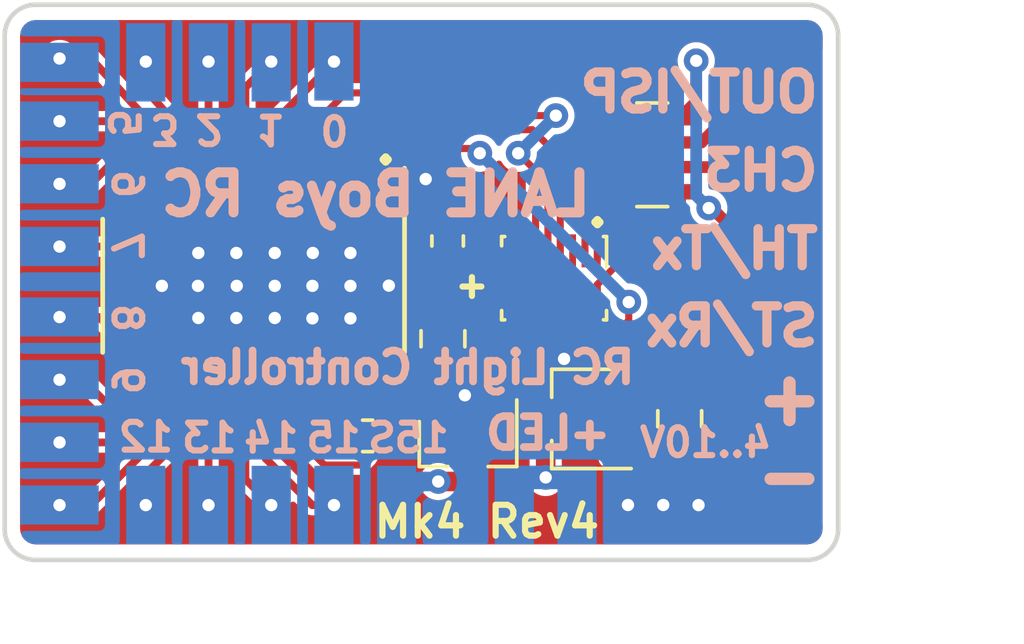
<source format=kicad_pcb>
(kicad_pcb (version 20171130) (host pcbnew 5.1.9-73d0e3b20d~88~ubuntu18.04.1)

  (general
    (thickness 0.8)
    (drawings 70)
    (tracks 248)
    (zones 0)
    (modules 34)
    (nets 36)
  )

  (page A4)
  (layers
    (0 Top signal)
    (31 Bottom signal)
    (32 B.Adhes user hide)
    (33 F.Adhes user hide)
    (34 B.Paste user hide)
    (35 F.Paste user)
    (36 B.SilkS user)
    (37 F.SilkS user)
    (38 B.Mask user)
    (39 F.Mask user)
    (40 Dwgs.User user hide)
    (41 Cmts.User user)
    (42 Eco1.User user hide)
    (43 Eco2.User user hide)
    (44 Edge.Cuts user)
    (45 Margin user hide)
    (46 B.CrtYd user hide)
    (47 F.CrtYd user)
    (48 B.Fab user hide)
    (49 F.Fab user hide)
  )

  (setup
    (last_trace_width 0.254)
    (user_trace_width 0.2032)
    (user_trace_width 0.2286)
    (user_trace_width 0.381)
    (user_trace_width 0.508)
    (user_trace_width 0.635)
    (user_trace_width 0.762)
    (trace_clearance 0.1524)
    (zone_clearance 0.2032)
    (zone_45_only no)
    (trace_min 0.1524)
    (via_size 0.8)
    (via_drill 0.4)
    (via_min_size 0.4)
    (via_min_drill 0.3)
    (uvia_size 0.3)
    (uvia_drill 0.1)
    (uvias_allowed no)
    (uvia_min_size 0.2)
    (uvia_min_drill 0.1)
    (edge_width 0.15)
    (segment_width 0.2)
    (pcb_text_width 0.3)
    (pcb_text_size 1.5 1.5)
    (mod_edge_width 0.15)
    (mod_text_size 1 1)
    (mod_text_width 0.15)
    (pad_size 1.524 1.524)
    (pad_drill 0.762)
    (pad_to_mask_clearance 0.0254)
    (solder_mask_min_width 0.1524)
    (pad_to_paste_clearance_ratio -0.05)
    (aux_axis_origin 135 114)
    (grid_origin 135 114)
    (visible_elements 7FFFFF7F)
    (pcbplotparams
      (layerselection 0x010f8_ffffffff)
      (usegerberextensions false)
      (usegerberattributes false)
      (usegerberadvancedattributes false)
      (creategerberjobfile false)
      (excludeedgelayer true)
      (linewidth 0.100000)
      (plotframeref false)
      (viasonmask false)
      (mode 1)
      (useauxorigin false)
      (hpglpennumber 1)
      (hpglpenspeed 20)
      (hpglpendiameter 15.000000)
      (psnegative false)
      (psa4output false)
      (plotreference true)
      (plotvalue true)
      (plotinvisibletext false)
      (padsonsilk false)
      (subtractmaskfromsilk true)
      (outputformat 1)
      (mirror false)
      (drillshape 0)
      (scaleselection 1)
      (outputdirectory "gerber/"))
  )

  (net 0 "")
  (net 1 +3V3)
  (net 2 GND)
  (net 3 /GSCLK)
  (net 4 /SIN)
  (net 5 /SCLK)
  (net 6 /XLAT)
  (net 7 /BLANK)
  (net 8 /VIN)
  (net 9 /OUT-SWITCHED)
  (net 10 /OUT0)
  (net 11 /OUT1)
  (net 12 /OUT2)
  (net 13 /OUT3)
  (net 14 /OUT4)
  (net 15 /OUT5)
  (net 16 /OUT6)
  (net 17 /OUT7)
  (net 18 /OUT8)
  (net 19 /OUT9)
  (net 20 /OUT10)
  (net 21 /OUT11)
  (net 22 /OUT12)
  (net 23 /OUT13)
  (net 24 /OUT14)
  (net 25 /OUT15)
  (net 26 /OUT15S)
  (net 27 /ST-IN)
  (net 28 /TH-IN)
  (net 29 /AUX-IN)
  (net 30 /OUT-ISP-OUT)
  (net 31 /IREF)
  (net 32 /TH-TX)
  (net 33 /OUT-ISP)
  (net 34 /ST-RX)
  (net 35 /AUX)

  (net_class Default "This is the default net class."
    (clearance 0.1524)
    (trace_width 0.254)
    (via_dia 0.8)
    (via_drill 0.4)
    (uvia_dia 0.3)
    (uvia_drill 0.1)
    (diff_pair_width 0.2032)
    (diff_pair_gap 0.254)
    (add_net +3V3)
    (add_net /AUX)
    (add_net /AUX-IN)
    (add_net /BLANK)
    (add_net /GSCLK)
    (add_net /IREF)
    (add_net /OUT-ISP)
    (add_net /OUT-ISP-OUT)
    (add_net /OUT-SWITCHED)
    (add_net /OUT0)
    (add_net /OUT1)
    (add_net /OUT10)
    (add_net /OUT11)
    (add_net /OUT12)
    (add_net /OUT13)
    (add_net /OUT14)
    (add_net /OUT15)
    (add_net /OUT15S)
    (add_net /OUT2)
    (add_net /OUT3)
    (add_net /OUT4)
    (add_net /OUT5)
    (add_net /OUT6)
    (add_net /OUT7)
    (add_net /OUT8)
    (add_net /OUT9)
    (add_net /SCLK)
    (add_net /SIN)
    (add_net /ST-IN)
    (add_net /ST-RX)
    (add_net /TH-IN)
    (add_net /TH-TX)
    (add_net /VIN)
    (add_net /XLAT)
    (add_net GND)
  )

  (module Capacitor_SMD:C_0805_2012Metric (layer Top) (tedit 601FDAD8) (tstamp 5C81F495)
    (at 149.1996 106.8324 270)
    (descr "Capacitor SMD 0805 (2012 Metric), square (rectangular) end terminal, IPC_7351 nominal, (Body size source: https://docs.google.com/spreadsheets/d/1BsfQQcO9C6DZCsRaXUlFlo91Tg2WpOkGARC1WS5S8t0/edit?usp=sharing), generated with kicad-footprint-generator")
    (tags capacitor)
    (path /5C870864)
    (attr smd)
    (fp_text reference C2 (at 0 -1.65 90) (layer F.SilkS) hide
      (effects (font (size 1 1) (thickness 0.15)))
    )
    (fp_text value 47u/6V3 (at 0.1572 -3.3772) (layer F.Fab)
      (effects (font (size 0.8 0.8) (thickness 0.15)))
    )
    (fp_line (start -1 0.6) (end -1 -0.6) (layer F.Fab) (width 0.1))
    (fp_line (start -1 -0.6) (end 1 -0.6) (layer F.Fab) (width 0.1))
    (fp_line (start 1 -0.6) (end 1 0.6) (layer F.Fab) (width 0.1))
    (fp_line (start 1 0.6) (end -1 0.6) (layer F.Fab) (width 0.1))
    (fp_line (start -0.258578 -0.71) (end 0.258578 -0.71) (layer F.SilkS) (width 0.12))
    (fp_line (start -0.258578 0.71) (end 0.258578 0.71) (layer F.SilkS) (width 0.12))
    (fp_line (start -1.68 0.95) (end -1.68 -0.95) (layer F.CrtYd) (width 0.05))
    (fp_line (start -1.68 -0.95) (end 1.68 -0.95) (layer F.CrtYd) (width 0.05))
    (fp_line (start 1.68 -0.95) (end 1.68 0.95) (layer F.CrtYd) (width 0.05))
    (fp_line (start 1.68 0.95) (end -1.68 0.95) (layer F.CrtYd) (width 0.05))
    (fp_text user %R (at 0 0 90) (layer F.Fab)
      (effects (font (size 0.5 0.5) (thickness 0.08)))
    )
    (pad 1 smd roundrect (at -0.9375 0 270) (size 0.975 1.4) (layers Top F.Paste F.Mask) (roundrect_rratio 0.25)
      (net 1 +3V3))
    (pad 2 smd roundrect (at 0.9375 0 270) (size 0.975 1.4) (layers Top F.Paste F.Mask) (roundrect_rratio 0.25)
      (net 2 GND))
    (model ${KISYS3DMOD}/Capacitor_SMD.3dshapes/C_0805_2012Metric.wrl
      (at (xyz 0 0 0))
      (scale (xyz 1 1 1))
      (rotate (xyz 0 0 0))
    )
  )

  (module Package_TO_SOT_SMD:SOT-23W (layer Top) (tedit 5A02FF57) (tstamp 5C81BBC1)
    (at 153.7971 109.4316 180)
    (descr "SOT-23W http://www.allegromicro.com/~/media/Files/Datasheets/A112x-Datasheet.ashx?la=en&hash=7BC461E058CC246E0BAB62433B2F1ECA104CA9D3")
    (tags SOT-23W)
    (path /09B5DC2D)
    (attr smd)
    (fp_text reference U1 (at 0 -2.5) (layer F.SilkS) hide
      (effects (font (size 1 1) (thickness 0.15)))
    )
    (fp_text value 3V3 (at 0 2.5) (layer F.Fab)
      (effects (font (size 1 1) (thickness 0.15)))
    )
    (fp_line (start 1.075 -1.61) (end 1.075 -0.7) (layer F.SilkS) (width 0.12))
    (fp_line (start 1.075 0.7) (end 1.075 1.61) (layer F.SilkS) (width 0.12))
    (fp_line (start -1.5 -1.61) (end 1.075 -1.61) (layer F.SilkS) (width 0.12))
    (fp_line (start -1.075 1.61) (end 1.075 1.61) (layer F.SilkS) (width 0.12))
    (fp_line (start -0.955 -0.49) (end -0.955 1.49) (layer F.Fab) (width 0.1))
    (fp_line (start 0.045 -1.49) (end 0.955 -1.49) (layer F.Fab) (width 0.1))
    (fp_line (start -0.955 -0.49) (end 0.045 -1.49) (layer F.Fab) (width 0.1))
    (fp_line (start 0.955 -1.49) (end 0.955 1.49) (layer F.Fab) (width 0.1))
    (fp_line (start -0.955 1.49) (end 0.955 1.49) (layer F.Fab) (width 0.1))
    (fp_line (start -1.95 -1.74) (end 1.95 -1.74) (layer F.CrtYd) (width 0.05))
    (fp_line (start 1.95 -1.74) (end 1.95 1.74) (layer F.CrtYd) (width 0.05))
    (fp_line (start 1.95 1.74) (end -1.95 1.74) (layer F.CrtYd) (width 0.05))
    (fp_line (start -1.95 1.74) (end -1.95 -1.74) (layer F.CrtYd) (width 0.05))
    (fp_text user %R (at 0 0 90) (layer F.Fab)
      (effects (font (size 0.5 0.5) (thickness 0.075)))
    )
    (pad 3 smd rect (at 1.2 0 180) (size 1 0.7) (layers Top F.Paste F.Mask)
      (net 8 /VIN))
    (pad 2 smd rect (at -1.2 0.95 180) (size 1 0.7) (layers Top F.Paste F.Mask)
      (net 1 +3V3))
    (pad 1 smd rect (at -1.2 -0.95 180) (size 1 0.7) (layers Top F.Paste F.Mask)
      (net 2 GND))
    (model ${KISYS3DMOD}/Package_TO_SOT_SMD.3dshapes/SOT-23W.wrl
      (at (xyz 0 0 0))
      (scale (xyz 1 1 1))
      (rotate (xyz 0 0 0))
    )
  )

  (module Resistor_SMD:R_Array_Convex_4x0603 (layer Top) (tedit 58E0A8B2) (tstamp 601FA364)
    (at 155.9804 100.8682 180)
    (descr "Chip Resistor Network, ROHM MNR14 (see mnr_g.pdf)")
    (tags "resistor array")
    (path /6034971B)
    (attr smd)
    (fp_text reference RN1 (at 0 -2.8) (layer F.SilkS) hide
      (effects (font (size 1 1) (thickness 0.15)))
    )
    (fp_text value 1K (at 0 2.8) (layer F.Fab)
      (effects (font (size 1 1) (thickness 0.15)))
    )
    (fp_line (start -0.8 -1.6) (end 0.8 -1.6) (layer F.Fab) (width 0.1))
    (fp_line (start 0.8 -1.6) (end 0.8 1.6) (layer F.Fab) (width 0.1))
    (fp_line (start 0.8 1.6) (end -0.8 1.6) (layer F.Fab) (width 0.1))
    (fp_line (start -0.8 1.6) (end -0.8 -1.6) (layer F.Fab) (width 0.1))
    (fp_line (start 0.5 1.68) (end -0.5 1.68) (layer F.SilkS) (width 0.12))
    (fp_line (start 0.5 -1.68) (end -0.5 -1.68) (layer F.SilkS) (width 0.12))
    (fp_line (start -1.55 -1.85) (end 1.55 -1.85) (layer F.CrtYd) (width 0.05))
    (fp_line (start -1.55 -1.85) (end -1.55 1.85) (layer F.CrtYd) (width 0.05))
    (fp_line (start 1.55 1.85) (end 1.55 -1.85) (layer F.CrtYd) (width 0.05))
    (fp_line (start 1.55 1.85) (end -1.55 1.85) (layer F.CrtYd) (width 0.05))
    (fp_text user %R (at 0 0 90) (layer F.Fab)
      (effects (font (size 0.5 0.5) (thickness 0.075)))
    )
    (pad 5 smd rect (at 0.9 1.2 180) (size 0.8 0.5) (layers Top F.Paste F.Mask)
      (net 32 /TH-TX))
    (pad 6 smd rect (at 0.9 0.4 180) (size 0.8 0.4) (layers Top F.Paste F.Mask)
      (net 33 /OUT-ISP))
    (pad 8 smd rect (at 0.9 -1.2 180) (size 0.8 0.5) (layers Top F.Paste F.Mask)
      (net 34 /ST-RX))
    (pad 7 smd rect (at 0.9 -0.4 180) (size 0.8 0.4) (layers Top F.Paste F.Mask)
      (net 35 /AUX))
    (pad 4 smd rect (at -0.9 1.2 180) (size 0.8 0.5) (layers Top F.Paste F.Mask)
      (net 28 /TH-IN))
    (pad 2 smd rect (at -0.9 -0.4 180) (size 0.8 0.4) (layers Top F.Paste F.Mask)
      (net 29 /AUX-IN))
    (pad 3 smd rect (at -0.9 0.4 180) (size 0.8 0.4) (layers Top F.Paste F.Mask)
      (net 30 /OUT-ISP-OUT))
    (pad 1 smd rect (at -0.9 -1.2 180) (size 0.8 0.5) (layers Top F.Paste F.Mask)
      (net 27 /ST-IN))
    (model ${KISYS3DMOD}/Resistor_SMD.3dshapes/R_Array_Convex_4x0603.wrl
      (at (xyz 0 0 0))
      (scale (xyz 1 1 1))
      (rotate (xyz 0 0 0))
    )
  )

  (module Package_SON:NXP_XSON-16 (layer Top) (tedit 5A02F1D8) (tstamp 5CB827E2)
    (at 152.8 104.8687 270)
    (descr http://www.nxp.com/documents/outline_drawing/SOT1341-1.pdf)
    (tags "NXP XSON SOT-1341")
    (path /563110E3)
    (attr smd)
    (fp_text reference U2 (at 0 -3 90) (layer F.SilkS) hide
      (effects (font (size 1 1) (thickness 0.15)))
    )
    (fp_text value LPC812 (at 0 3 90) (layer F.Fab)
      (effects (font (size 1 1) (thickness 0.15)))
    )
    (fp_line (start 1.35 -1.7) (end 1.35 -1.6) (layer F.SilkS) (width 0.12))
    (fp_line (start 1.35 -1.7) (end 1.05 -1.7) (layer F.SilkS) (width 0.12))
    (fp_line (start -0.65 -1.6) (end -1.25 -1) (layer F.Fab) (width 0.1))
    (fp_line (start 1.25 -1.6) (end 1.25 1.6) (layer F.Fab) (width 0.1))
    (fp_line (start -1.25 1.6) (end 1.25 1.6) (layer F.Fab) (width 0.1))
    (fp_line (start -0.625 -1.6) (end 1.25 -1.6) (layer F.Fab) (width 0.1))
    (fp_line (start -1.25 -0.975) (end -1.25 1.6) (layer F.Fab) (width 0.1))
    (fp_line (start 1.35 1.7) (end 1.05 1.7) (layer F.SilkS) (width 0.12))
    (fp_line (start 1.35 1.6) (end 1.35 1.7) (layer F.SilkS) (width 0.12))
    (fp_line (start -1.35 1.6) (end -1.35 1.7) (layer F.SilkS) (width 0.12))
    (fp_line (start -1.35 1.7) (end -1.05 1.7) (layer F.SilkS) (width 0.12))
    (fp_line (start -1.35 -1.7) (end -1.35 -1.6) (layer F.SilkS) (width 0.12))
    (fp_line (start -1.35 -1.7) (end -0.35 -1.7) (layer F.SilkS) (width 0.12))
    (fp_line (start -1.67 -1.85) (end 1.67 -1.85) (layer F.CrtYd) (width 0.05))
    (fp_line (start -1.67 -1.85) (end -1.67 1.85) (layer F.CrtYd) (width 0.05))
    (fp_line (start 1.67 1.85) (end 1.67 -1.85) (layer F.CrtYd) (width 0.05))
    (fp_line (start 1.67 1.85) (end -1.67 1.85) (layer F.CrtYd) (width 0.05))
    (fp_text user %R (at 0 0 90) (layer F.Fab)
      (effects (font (size 0.6 0.6) (thickness 0.1)))
    )
    (pad 9 smd rect (at 0.885 1.4 270) (size 1.07 0.22) (layers Top F.Paste F.Mask)
      (net 3 /GSCLK))
    (pad 10 smd rect (at 0.885 1 270) (size 1.07 0.22) (layers Top F.Paste F.Mask)
      (net 9 /OUT-SWITCHED))
    (pad 11 smd rect (at 0.885 0.6 270) (size 1.07 0.22) (layers Top F.Paste F.Mask))
    (pad 12 smd rect (at 0.885 0.2 270) (size 1.07 0.22) (layers Top F.Paste F.Mask)
      (net 1 +3V3))
    (pad 13 smd rect (at 0.885 -0.2 270) (size 1.07 0.22) (layers Top F.Paste F.Mask)
      (net 2 GND))
    (pad 14 smd rect (at 0.885 -0.6 270) (size 1.07 0.22) (layers Top F.Paste F.Mask)
      (net 4 /SIN))
    (pad 15 smd rect (at 0.885 -1 270) (size 1.07 0.22) (layers Top F.Paste F.Mask)
      (net 7 /BLANK))
    (pad 8 smd rect (at -0.885 1.4 270) (size 1.07 0.22) (layers Top F.Paste F.Mask))
    (pad 7 smd rect (at -0.885 1 270) (size 1.07 0.22) (layers Top F.Paste F.Mask))
    (pad 6 smd rect (at -0.885 0.6 270) (size 1.07 0.22) (layers Top F.Paste F.Mask)
      (net 5 /SCLK))
    (pad 5 smd rect (at -0.885 0.2 270) (size 1.07 0.22) (layers Top F.Paste F.Mask)
      (net 6 /XLAT))
    (pad 4 smd rect (at -0.885 -0.2 270) (size 1.07 0.22) (layers Top F.Paste F.Mask)
      (net 32 /TH-TX))
    (pad 3 smd rect (at -0.885 -0.6 270) (size 1.07 0.22) (layers Top F.Paste F.Mask))
    (pad 2 smd rect (at -0.885 -1 270) (size 1.07 0.22) (layers Top F.Paste F.Mask)
      (net 33 /OUT-ISP))
    (pad 16 smd rect (at 0.885 -1.4 270) (size 1.07 0.22) (layers Top F.Paste F.Mask)
      (net 34 /ST-RX))
    (pad 1 smd rect (at -0.885 -1.4 270) (size 1.07 0.22) (layers Top F.Paste F.Mask)
      (net 35 /AUX))
    (model ${KISYS3DMOD}/Package_SON.3dshapes/NXP_XSON-16.wrl
      (at (xyz 0 0 0))
      (scale (xyz 1 1 1))
      (rotate (xyz 0 0 0))
    )
  )

  (module Package_TO_SOT_SMD:SOT-23 (layer Top) (tedit 5A02FF57) (tstamp 5C81BCC1)
    (at 150.0114 110.2154 270)
    (descr "SOT-23, Standard")
    (tags SOT-23)
    (path /8692C711)
    (attr smd)
    (fp_text reference T1 (at 0 -2.5 90) (layer F.SilkS) hide
      (effects (font (size 1 1) (thickness 0.15)))
    )
    (fp_text value NMOSSOT23 (at 0 2.5 90) (layer F.Fab)
      (effects (font (size 1 1) (thickness 0.15)))
    )
    (fp_line (start -0.7 -0.95) (end -0.7 1.5) (layer F.Fab) (width 0.1))
    (fp_line (start -0.15 -1.52) (end 0.7 -1.52) (layer F.Fab) (width 0.1))
    (fp_line (start -0.7 -0.95) (end -0.15 -1.52) (layer F.Fab) (width 0.1))
    (fp_line (start 0.7 -1.52) (end 0.7 1.52) (layer F.Fab) (width 0.1))
    (fp_line (start -0.7 1.52) (end 0.7 1.52) (layer F.Fab) (width 0.1))
    (fp_line (start 0.76 1.58) (end 0.76 0.65) (layer F.SilkS) (width 0.12))
    (fp_line (start 0.76 -1.58) (end 0.76 -0.65) (layer F.SilkS) (width 0.12))
    (fp_line (start -1.7 -1.75) (end 1.7 -1.75) (layer F.CrtYd) (width 0.05))
    (fp_line (start 1.7 -1.75) (end 1.7 1.75) (layer F.CrtYd) (width 0.05))
    (fp_line (start 1.7 1.75) (end -1.7 1.75) (layer F.CrtYd) (width 0.05))
    (fp_line (start -1.7 1.75) (end -1.7 -1.75) (layer F.CrtYd) (width 0.05))
    (fp_line (start 0.76 -1.58) (end -1.4 -1.58) (layer F.SilkS) (width 0.12))
    (fp_line (start 0.76 1.58) (end -0.7 1.58) (layer F.SilkS) (width 0.12))
    (fp_text user %R (at 0 0) (layer F.Fab)
      (effects (font (size 0.5 0.5) (thickness 0.075)))
    )
    (pad 3 smd rect (at 1 0 270) (size 0.9 0.8) (layers Top F.Paste F.Mask)
      (net 26 /OUT15S))
    (pad 2 smd rect (at -1 0.95 270) (size 0.9 0.8) (layers Top F.Paste F.Mask)
      (net 2 GND))
    (pad 1 smd rect (at -1 -0.95 270) (size 0.9 0.8) (layers Top F.Paste F.Mask)
      (net 9 /OUT-SWITCHED))
    (model ${KISYS3DMOD}/Package_TO_SOT_SMD.3dshapes/SOT-23.wrl
      (at (xyz 0 0 0))
      (scale (xyz 1 1 1))
      (rotate (xyz 0 0 0))
    )
  )

  (module rc-light-controller-tlc5940-lpc812:SOP65P640X120-29N (layer Top) (tedit 5CD12D38) (tstamp 5C82FD92)
    (at 143.1291 105.1136 270)
    (path /840783A6)
    (solder_paste_margin -0.0127)
    (fp_text reference U3 (at -3.4544 -5.715 270) (layer F.SilkS) hide
      (effects (font (size 1.97866 1.97866) (thickness 0.197866)) (justify left bottom))
    )
    (fp_text value TLC5940PWP (at 0.3012 4.0397) (layer F.Fab)
      (effects (font (size 0.8 0.8) (thickness 0.2)) (justify left bottom))
    )
    (fp_line (start -2.2606 -4.9022) (end -2.2606 4.9022) (layer F.Fab) (width 0.1))
    (fp_line (start -0.3048 -4.9022) (end -2.2606 -4.9022) (layer F.Fab) (width 0.1))
    (fp_line (start 0.3048 -4.9022) (end -0.3048 -4.9022) (layer F.Fab) (width 0.1))
    (fp_line (start 2.2606 -4.9022) (end 0.3048 -4.9022) (layer F.Fab) (width 0.1))
    (fp_line (start 2.2606 4.9022) (end 2.2606 -4.9022) (layer F.Fab) (width 0.1))
    (fp_line (start -2.2606 4.9022) (end 2.2606 4.9022) (layer F.Fab) (width 0.1))
    (fp_line (start 3.302 -4.3688) (end 2.2606 -4.3688) (layer F.Fab) (width 0.1))
    (fp_line (start 3.302 -4.064) (end 3.302 -4.3688) (layer F.Fab) (width 0.1))
    (fp_line (start 2.2606 -4.064) (end 3.302 -4.064) (layer F.Fab) (width 0.1))
    (fp_line (start 2.2606 -4.3688) (end 2.2606 -4.064) (layer F.Fab) (width 0.1))
    (fp_line (start 3.302 -3.7338) (end 2.2606 -3.7338) (layer F.Fab) (width 0.1))
    (fp_line (start 3.302 -3.429) (end 3.302 -3.7338) (layer F.Fab) (width 0.1))
    (fp_line (start 2.2606 -3.429) (end 3.302 -3.429) (layer F.Fab) (width 0.1))
    (fp_line (start 2.2606 -3.7338) (end 2.2606 -3.429) (layer F.Fab) (width 0.1))
    (fp_line (start 3.302 -3.0734) (end 2.2606 -3.0734) (layer F.Fab) (width 0.1))
    (fp_line (start 3.302 -2.7686) (end 3.302 -3.0734) (layer F.Fab) (width 0.1))
    (fp_line (start 2.2606 -2.7686) (end 3.302 -2.7686) (layer F.Fab) (width 0.1))
    (fp_line (start 2.2606 -3.0734) (end 2.2606 -2.7686) (layer F.Fab) (width 0.1))
    (fp_line (start 3.302 -2.413) (end 2.2606 -2.413) (layer F.Fab) (width 0.1))
    (fp_line (start 3.302 -2.1336) (end 3.302 -2.413) (layer F.Fab) (width 0.1))
    (fp_line (start 2.2606 -2.1336) (end 3.302 -2.1336) (layer F.Fab) (width 0.1))
    (fp_line (start 2.2606 -2.413) (end 2.2606 -2.1336) (layer F.Fab) (width 0.1))
    (fp_line (start 3.302 -1.778) (end 2.2606 -1.778) (layer F.Fab) (width 0.1))
    (fp_line (start 3.302 -1.4732) (end 3.302 -1.778) (layer F.Fab) (width 0.1))
    (fp_line (start 2.2606 -1.4732) (end 3.302 -1.4732) (layer F.Fab) (width 0.1))
    (fp_line (start 2.2606 -1.778) (end 2.2606 -1.4732) (layer F.Fab) (width 0.1))
    (fp_line (start 3.302 -1.1176) (end 2.2606 -1.1176) (layer F.Fab) (width 0.1))
    (fp_line (start 3.302 -0.8128) (end 3.302 -1.1176) (layer F.Fab) (width 0.1))
    (fp_line (start 2.2606 -0.8128) (end 3.302 -0.8128) (layer F.Fab) (width 0.1))
    (fp_line (start 2.2606 -1.1176) (end 2.2606 -0.8128) (layer F.Fab) (width 0.1))
    (fp_line (start 3.302 -0.4826) (end 2.2606 -0.4826) (layer F.Fab) (width 0.1))
    (fp_line (start 3.302 -0.1778) (end 3.302 -0.4826) (layer F.Fab) (width 0.1))
    (fp_line (start 2.2606 -0.1778) (end 3.302 -0.1778) (layer F.Fab) (width 0.1))
    (fp_line (start 2.2606 -0.4826) (end 2.2606 -0.1778) (layer F.Fab) (width 0.1))
    (fp_line (start 3.302 0.1778) (end 2.2606 0.1778) (layer F.Fab) (width 0.1))
    (fp_line (start 3.302 0.4826) (end 3.302 0.1778) (layer F.Fab) (width 0.1))
    (fp_line (start 2.2606 0.4826) (end 3.302 0.4826) (layer F.Fab) (width 0.1))
    (fp_line (start 2.2606 0.1778) (end 2.2606 0.4826) (layer F.Fab) (width 0.1))
    (fp_line (start 3.302 0.8128) (end 2.2606 0.8128) (layer F.Fab) (width 0.1))
    (fp_line (start 3.302 1.1176) (end 3.302 0.8128) (layer F.Fab) (width 0.1))
    (fp_line (start 2.2606 1.1176) (end 3.302 1.1176) (layer F.Fab) (width 0.1))
    (fp_line (start 2.2606 0.8128) (end 2.2606 1.1176) (layer F.Fab) (width 0.1))
    (fp_line (start 3.302 1.4732) (end 2.2606 1.4732) (layer F.Fab) (width 0.1))
    (fp_line (start 3.302 1.778) (end 3.302 1.4732) (layer F.Fab) (width 0.1))
    (fp_line (start 2.2606 1.778) (end 3.302 1.778) (layer F.Fab) (width 0.1))
    (fp_line (start 2.2606 1.4732) (end 2.2606 1.778) (layer F.Fab) (width 0.1))
    (fp_line (start 3.302 2.1336) (end 2.2606 2.1336) (layer F.Fab) (width 0.1))
    (fp_line (start 3.302 2.413) (end 3.302 2.1336) (layer F.Fab) (width 0.1))
    (fp_line (start 2.2606 2.413) (end 3.302 2.413) (layer F.Fab) (width 0.1))
    (fp_line (start 2.2606 2.1336) (end 2.2606 2.413) (layer F.Fab) (width 0.1))
    (fp_line (start 3.302 2.7686) (end 2.2606 2.7686) (layer F.Fab) (width 0.1))
    (fp_line (start 3.302 3.0734) (end 3.302 2.7686) (layer F.Fab) (width 0.1))
    (fp_line (start 2.2606 3.0734) (end 3.302 3.0734) (layer F.Fab) (width 0.1))
    (fp_line (start 2.2606 2.7686) (end 2.2606 3.0734) (layer F.Fab) (width 0.1))
    (fp_line (start 3.302 3.429) (end 2.2606 3.429) (layer F.Fab) (width 0.1))
    (fp_line (start 3.302 3.7338) (end 3.302 3.429) (layer F.Fab) (width 0.1))
    (fp_line (start 2.2606 3.7338) (end 3.302 3.7338) (layer F.Fab) (width 0.1))
    (fp_line (start 2.2606 3.429) (end 2.2606 3.7338) (layer F.Fab) (width 0.1))
    (fp_line (start 3.302 4.064) (end 2.2606 4.064) (layer F.Fab) (width 0.1))
    (fp_line (start 3.302 4.3688) (end 3.302 4.064) (layer F.Fab) (width 0.1))
    (fp_line (start 2.2606 4.3688) (end 3.302 4.3688) (layer F.Fab) (width 0.1))
    (fp_line (start 2.2606 4.064) (end 2.2606 4.3688) (layer F.Fab) (width 0.1))
    (fp_line (start -3.302 4.3688) (end -2.2606 4.3688) (layer F.Fab) (width 0.1))
    (fp_line (start -3.302 4.064) (end -3.302 4.3688) (layer F.Fab) (width 0.1))
    (fp_line (start -2.2606 4.064) (end -3.302 4.064) (layer F.Fab) (width 0.1))
    (fp_line (start -2.2606 4.3688) (end -2.2606 4.064) (layer F.Fab) (width 0.1))
    (fp_line (start -3.302 3.7338) (end -2.2606 3.7338) (layer F.Fab) (width 0.1))
    (fp_line (start -3.302 3.429) (end -3.302 3.7338) (layer F.Fab) (width 0.1))
    (fp_line (start -2.2606 3.429) (end -3.302 3.429) (layer F.Fab) (width 0.1))
    (fp_line (start -2.2606 3.7338) (end -2.2606 3.429) (layer F.Fab) (width 0.1))
    (fp_line (start -3.302 3.0734) (end -2.2606 3.0734) (layer F.Fab) (width 0.1))
    (fp_line (start -3.302 2.7686) (end -3.302 3.0734) (layer F.Fab) (width 0.1))
    (fp_line (start -2.2606 2.7686) (end -3.302 2.7686) (layer F.Fab) (width 0.1))
    (fp_line (start -2.2606 3.0734) (end -2.2606 2.7686) (layer F.Fab) (width 0.1))
    (fp_line (start -3.302 2.413) (end -2.2606 2.413) (layer F.Fab) (width 0.1))
    (fp_line (start -3.302 2.1336) (end -3.302 2.413) (layer F.Fab) (width 0.1))
    (fp_line (start -2.2606 2.1336) (end -3.302 2.1336) (layer F.Fab) (width 0.1))
    (fp_line (start -2.2606 2.413) (end -2.2606 2.1336) (layer F.Fab) (width 0.1))
    (fp_line (start -3.302 1.778) (end -2.2606 1.778) (layer F.Fab) (width 0.1))
    (fp_line (start -3.302 1.4732) (end -3.302 1.778) (layer F.Fab) (width 0.1))
    (fp_line (start -2.2606 1.4732) (end -3.302 1.4732) (layer F.Fab) (width 0.1))
    (fp_line (start -2.2606 1.778) (end -2.2606 1.4732) (layer F.Fab) (width 0.1))
    (fp_line (start -3.302 1.1176) (end -2.2606 1.1176) (layer F.Fab) (width 0.1))
    (fp_line (start -3.302 0.8128) (end -3.302 1.1176) (layer F.Fab) (width 0.1))
    (fp_line (start -2.2606 0.8128) (end -3.302 0.8128) (layer F.Fab) (width 0.1))
    (fp_line (start -2.2606 1.1176) (end -2.2606 0.8128) (layer F.Fab) (width 0.1))
    (fp_line (start -3.302 0.4826) (end -2.2606 0.4826) (layer F.Fab) (width 0.1))
    (fp_line (start -3.302 0.1778) (end -3.302 0.4826) (layer F.Fab) (width 0.1))
    (fp_line (start -2.2606 0.1778) (end -3.302 0.1778) (layer F.Fab) (width 0.1))
    (fp_line (start -2.2606 0.4826) (end -2.2606 0.1778) (layer F.Fab) (width 0.1))
    (fp_line (start -3.302 -0.1778) (end -2.2606 -0.1778) (layer F.Fab) (width 0.1))
    (fp_line (start -3.302 -0.4826) (end -3.302 -0.1778) (layer F.Fab) (width 0.1))
    (fp_line (start -2.2606 -0.4826) (end -3.302 -0.4826) (layer F.Fab) (width 0.1))
    (fp_line (start -2.2606 -0.1778) (end -2.2606 -0.4826) (layer F.Fab) (width 0.1))
    (fp_line (start -3.302 -0.8128) (end -2.2606 -0.8128) (layer F.Fab) (width 0.1))
    (fp_line (start -3.302 -1.1176) (end -3.302 -0.8128) (layer F.Fab) (width 0.1))
    (fp_line (start -2.2606 -1.1176) (end -3.302 -1.1176) (layer F.Fab) (width 0.1))
    (fp_line (start -2.2606 -0.8128) (end -2.2606 -1.1176) (layer F.Fab) (width 0.1))
    (fp_line (start -3.302 -1.4732) (end -2.2606 -1.4732) (layer F.Fab) (width 0.1))
    (fp_line (start -3.302 -1.778) (end -3.302 -1.4732) (layer F.Fab) (width 0.1))
    (fp_line (start -2.2606 -1.778) (end -3.302 -1.778) (layer F.Fab) (width 0.1))
    (fp_line (start -2.2606 -1.4732) (end -2.2606 -1.778) (layer F.Fab) (width 0.1))
    (fp_line (start -3.302 -2.1336) (end -2.2606 -2.1336) (layer F.Fab) (width 0.1))
    (fp_line (start -3.302 -2.413) (end -3.302 -2.1336) (layer F.Fab) (width 0.1))
    (fp_line (start -2.2606 -2.413) (end -3.302 -2.413) (layer F.Fab) (width 0.1))
    (fp_line (start -2.2606 -2.1336) (end -2.2606 -2.413) (layer F.Fab) (width 0.1))
    (fp_line (start -3.302 -2.7686) (end -2.2606 -2.7686) (layer F.Fab) (width 0.1))
    (fp_line (start -3.302 -3.0734) (end -3.302 -2.7686) (layer F.Fab) (width 0.1))
    (fp_line (start -2.2606 -3.0734) (end -3.302 -3.0734) (layer F.Fab) (width 0.1))
    (fp_line (start -2.2606 -2.7686) (end -2.2606 -3.0734) (layer F.Fab) (width 0.1))
    (fp_line (start -3.302 -3.429) (end -2.2606 -3.429) (layer F.Fab) (width 0.1))
    (fp_line (start -3.302 -3.7338) (end -3.302 -3.429) (layer F.Fab) (width 0.1))
    (fp_line (start -2.2606 -3.7338) (end -3.302 -3.7338) (layer F.Fab) (width 0.1))
    (fp_line (start -2.2606 -3.429) (end -2.2606 -3.7338) (layer F.Fab) (width 0.1))
    (fp_line (start -3.302 -4.064) (end -2.2606 -4.064) (layer F.Fab) (width 0.1))
    (fp_line (start -3.302 -4.3688) (end -3.302 -4.064) (layer F.Fab) (width 0.1))
    (fp_line (start -2.2606 -4.3688) (end -3.302 -4.3688) (layer F.Fab) (width 0.1))
    (fp_line (start -2.2606 -4.064) (end -2.2606 -4.3688) (layer F.Fab) (width 0.1))
    (fp_line (start 2.159 -4.826) (end -3.81 -4.826) (layer F.SilkS) (width 0.1524))
    (fp_line (start -2.159 4.953) (end 2.159 4.953) (layer F.SilkS) (width 0.1524))
    (fp_poly (pts (xy 0.254 -2.921) (xy 0.889 -2.921) (xy 0.889 -2.286) (xy 0.254 -2.286)) (layer F.Mask) (width 0.15))
    (fp_poly (pts (xy 0.254 -1.635125) (xy 0.889 -1.635125) (xy 0.889 -1.000125) (xy 0.254 -1.000125)) (layer F.Mask) (width 0.15))
    (fp_poly (pts (xy 0.254 -0.34925) (xy 0.889 -0.34925) (xy 0.889 0.28575) (xy 0.254 0.28575)) (layer F.Mask) (width 0.15))
    (fp_poly (pts (xy 0.254 0.936625) (xy 0.889 0.936625) (xy 0.889 1.571625) (xy 0.254 1.571625)) (layer F.Mask) (width 0.15))
    (fp_poly (pts (xy 0.254 2.2225) (xy 0.889 2.2225) (xy 0.889 2.8575) (xy 0.254 2.8575)) (layer F.Mask) (width 0.15))
    (fp_poly (pts (xy -0.889 0.936625) (xy -0.254 0.936625) (xy -0.254 1.571625) (xy -0.889 1.571625)) (layer F.Mask) (width 0.15))
    (fp_poly (pts (xy -0.889 -2.921) (xy -0.254 -2.921) (xy -0.254 -2.286) (xy -0.889 -2.286)) (layer F.Mask) (width 0.15))
    (fp_poly (pts (xy -0.889 2.2225) (xy -0.254 2.2225) (xy -0.254 2.8575) (xy -0.889 2.8575)) (layer F.Mask) (width 0.15))
    (fp_poly (pts (xy -0.889 -1.635125) (xy -0.254 -1.635125) (xy -0.254 -1.000125) (xy -0.889 -1.000125)) (layer F.Mask) (width 0.15))
    (fp_poly (pts (xy -0.889 -0.34925) (xy -0.254 -0.34925) (xy -0.254 0.28575) (xy -0.889 0.28575)) (layer F.Mask) (width 0.15))
    (fp_poly (pts (xy -0.889 -2.794) (xy -0.254 -2.794) (xy -0.254 -2.159) (xy -0.889 -2.159)) (layer F.Paste) (width 0.15))
    (fp_poly (pts (xy -0.889 -1.55575) (xy -0.254 -1.55575) (xy -0.254 -0.92075) (xy -0.889 -0.92075)) (layer F.Paste) (width 0.15))
    (fp_poly (pts (xy -0.889 -0.3175) (xy -0.254 -0.3175) (xy -0.254 0.3175) (xy -0.889 0.3175)) (layer F.Paste) (width 0.15))
    (fp_poly (pts (xy -0.889 0.92075) (xy -0.254 0.92075) (xy -0.254 1.55575) (xy -0.889 1.55575)) (layer F.Paste) (width 0.15))
    (fp_poly (pts (xy -0.889 2.159) (xy -0.254 2.159) (xy -0.254 2.794) (xy -0.889 2.794)) (layer F.Paste) (width 0.15))
    (fp_poly (pts (xy 0.254 -2.794) (xy 0.889 -2.794) (xy 0.889 -2.159) (xy 0.254 -2.159)) (layer F.Paste) (width 0.15))
    (fp_poly (pts (xy 0.254 -1.55575) (xy 0.889 -1.55575) (xy 0.889 -0.92075) (xy 0.254 -0.92075)) (layer F.Paste) (width 0.15))
    (fp_poly (pts (xy 0.254 -0.3175) (xy 0.889 -0.3175) (xy 0.889 0.3175) (xy 0.254 0.3175)) (layer F.Paste) (width 0.15))
    (fp_poly (pts (xy 0.254 0.92075) (xy 0.889 0.92075) (xy 0.889 1.55575) (xy 0.254 1.55575)) (layer F.Paste) (width 0.15))
    (fp_poly (pts (xy 0.254 2.159) (xy 0.889 2.159) (xy 0.889 2.794) (xy 0.254 2.794)) (layer F.Paste) (width 0.15))
    (fp_text user * (at -3.7592 -4.445 270) (layer F.Fab)
      (effects (font (size 1.2065 1.2065) (thickness 0.0762)) (justify left bottom))
    )
    (fp_text user * (at -3.8946 -5.3466 270) (layer F.SilkS) hide
      (effects (font (size 1.2065 1.2065) (thickness 0.0762)) (justify left bottom))
    )
    (fp_arc (start 0 -4.9022) (end 0.3048 -4.9022) (angle 180) (layer F.Fab) (width 0.1))
    (pad 29 smd rect (at 0 0 270) (size 2.3876 6.1722) (layers Top F.Mask)
      (net 2 GND) (solder_mask_margin 0.0508) (zone_connect 2))
    (pad 28 smd rect (at 2.921 -4.2164 270) (size 1.4732 0.3556) (layers Top F.Paste F.Mask)
      (net 1 +3V3) (solder_mask_margin 0.0508))
    (pad 27 smd rect (at 2.921 -3.5814 270) (size 1.4732 0.3556) (layers Top F.Paste F.Mask)
      (net 31 /IREF) (solder_mask_margin 0.0508))
    (pad 26 smd rect (at 2.921 -2.921 270) (size 1.4732 0.3556) (layers Top F.Paste F.Mask)
      (net 1 +3V3) (solder_mask_margin 0.0508))
    (pad 25 smd rect (at 2.921 -2.286 270) (size 1.4732 0.3556) (layers Top F.Paste F.Mask)
      (net 3 /GSCLK) (solder_mask_margin 0.0508))
    (pad 24 smd rect (at 2.921 -1.6256 270) (size 1.4732 0.3556) (layers Top F.Paste F.Mask)
      (solder_mask_margin 0.0508))
    (pad 23 smd rect (at 2.921 -0.9652 270) (size 1.4732 0.3556) (layers Top F.Paste F.Mask)
      (solder_mask_margin 0.0508))
    (pad 22 smd rect (at 2.921 -0.3302 270) (size 1.4732 0.3556) (layers Top F.Paste F.Mask)
      (net 25 /OUT15) (solder_mask_margin 0.0508))
    (pad 21 smd rect (at 2.921 0.3302 270) (size 1.4732 0.3556) (layers Top F.Paste F.Mask)
      (net 24 /OUT14) (solder_mask_margin 0.0508))
    (pad 20 smd rect (at 2.921 0.9652 270) (size 1.4732 0.3556) (layers Top F.Paste F.Mask)
      (net 23 /OUT13) (solder_mask_margin 0.0508))
    (pad 19 smd rect (at 2.921 1.6256 270) (size 1.4732 0.3556) (layers Top F.Paste F.Mask)
      (net 22 /OUT12) (solder_mask_margin 0.0508))
    (pad 18 smd rect (at 2.921 2.286 270) (size 1.4732 0.3556) (layers Top F.Paste F.Mask)
      (net 21 /OUT11) (solder_mask_margin 0.0508))
    (pad 17 smd rect (at 2.921 2.921 270) (size 1.4732 0.3556) (layers Top F.Paste F.Mask)
      (net 20 /OUT10) (solder_mask_margin 0.0508))
    (pad 16 smd rect (at 2.921 3.5814 270) (size 1.4732 0.3556) (layers Top F.Paste F.Mask)
      (net 19 /OUT9) (solder_mask_margin 0.0508))
    (pad 15 smd rect (at 2.921 4.2164 270) (size 1.4732 0.3556) (layers Top F.Paste F.Mask)
      (net 18 /OUT8) (solder_mask_margin 0.0508))
    (pad 14 smd rect (at -2.921 4.2164 270) (size 1.4732 0.3556) (layers Top F.Paste F.Mask)
      (net 17 /OUT7) (solder_mask_margin 0.0508))
    (pad 13 smd rect (at -2.921 3.5814 270) (size 1.4732 0.3556) (layers Top F.Paste F.Mask)
      (net 16 /OUT6) (solder_mask_margin 0.0508))
    (pad 12 smd rect (at -2.921 2.921 270) (size 1.4732 0.3556) (layers Top F.Paste F.Mask)
      (net 15 /OUT5) (solder_mask_margin 0.0508))
    (pad 11 smd rect (at -2.921 2.286 270) (size 1.4732 0.3556) (layers Top F.Paste F.Mask)
      (net 14 /OUT4) (solder_mask_margin 0.0508))
    (pad 10 smd rect (at -2.921 1.6256 270) (size 1.4732 0.3556) (layers Top F.Paste F.Mask)
      (net 13 /OUT3) (solder_mask_margin 0.0508))
    (pad 9 smd rect (at -2.921 0.9652 270) (size 1.4732 0.3556) (layers Top F.Paste F.Mask)
      (net 12 /OUT2) (solder_mask_margin 0.0508))
    (pad 8 smd rect (at -2.921 0.3302 270) (size 1.4732 0.3556) (layers Top F.Paste F.Mask)
      (net 11 /OUT1) (solder_mask_margin 0.0508))
    (pad 7 smd rect (at -2.921 -0.3302 270) (size 1.4732 0.3556) (layers Top F.Paste F.Mask)
      (net 10 /OUT0) (solder_mask_margin 0.0508))
    (pad 6 smd rect (at -2.921 -0.9652 270) (size 1.4732 0.3556) (layers Top F.Paste F.Mask)
      (net 1 +3V3) (solder_mask_margin 0.0508))
    (pad 5 smd rect (at -2.921 -1.6256 270) (size 1.4732 0.3556) (layers Top F.Paste F.Mask)
      (net 4 /SIN) (solder_mask_margin 0.0508))
    (pad 4 smd rect (at -2.921 -2.286 270) (size 1.4732 0.3556) (layers Top F.Paste F.Mask)
      (net 5 /SCLK) (solder_mask_margin 0.0508))
    (pad 3 smd rect (at -2.921 -2.921 270) (size 1.4732 0.3556) (layers Top F.Paste F.Mask)
      (net 6 /XLAT) (solder_mask_margin 0.0508))
    (pad 2 smd rect (at -2.921 -3.5814 270) (size 1.4732 0.3556) (layers Top F.Paste F.Mask)
      (net 7 /BLANK) (solder_mask_margin 0.0508))
    (pad 1 smd rect (at -2.921 -4.2164 270) (size 1.4732 0.3556) (layers Top F.Paste F.Mask)
      (net 2 GND) (solder_mask_margin 0.0508))
    (model ${KISYS3DMOD}/Package_SO.3dshapes/HTSSOP-28-1EP_4.4x9.7mm_P0.65mm_EP3.4x9.5mm.step
      (at (xyz 0 0 0))
      (scale (xyz 1 1 1))
      (rotate (xyz 0 0 0))
    )
  )

  (module rc-light-controller-tlc5940-lpc812:SMD80X120 (layer Top) (tedit 5CD12C42) (tstamp 5C81BBDC)
    (at 159.8931 108.9236 90)
    (descr "<b>SMD PAD</b>")
    (path /1C475C6D)
    (fp_text reference PAD1 (at -1.27 1.524) (layer F.SilkS) hide
      (effects (font (size 0.77216 0.77216) (thickness 0.115824)) (justify right top))
    )
    (fp_text value + (at 2.032 1.524 180) (layer F.Fab) hide
      (effects (font (size 1.6891 1.6891) (thickness 0.253365)) (justify right top))
    )
    (pad 1 smd rect (at 0 0 90) (size 2.032 3.048) (layers Top F.Mask)
      (net 8 /VIN) (solder_mask_margin 0.0508))
  )

  (module rc-light-controller-tlc5940-lpc812:SMD80X120 (layer Top) (tedit 5CD12C45) (tstamp 5C81BBE0)
    (at 159.8931 111.4636 90)
    (descr "<b>SMD PAD</b>")
    (path /A0CD53A2)
    (fp_text reference PAD2 (at -1.27 1.524) (layer F.SilkS) hide
      (effects (font (size 0.77216 0.77216) (thickness 0.115824)) (justify right top))
    )
    (fp_text value - (at 2.032 1.524 180) (layer F.Fab) hide
      (effects (font (size 1.59258 1.59258) (thickness 0.238887)) (justify right top))
    )
    (pad 1 smd rect (at 0 0 90) (size 2.032 3.048) (layers Top F.Mask)
      (net 2 GND) (solder_mask_margin 0.0508))
  )

  (module rc-light-controller-tlc5940-lpc812:SMD80X120 (layer Top) (tedit 5CD12C3B) (tstamp 5C81BBE4)
    (at 159.8931 106.3836 90)
    (descr "<b>SMD PAD</b>")
    (path /1CFA7EBC)
    (fp_text reference PAD3 (at -1.27 1.524) (layer F.SilkS) hide
      (effects (font (size 0.77216 0.77216) (thickness 0.115824)) (justify right top))
    )
    (fp_text value ST/Rx (at 2.032 1.524 180) (layer F.Fab) hide
      (effects (font (size 1.08585 1.08585) (thickness 0.162877)) (justify right top))
    )
    (pad 1 smd rect (at 0 0 90) (size 2.032 3.048) (layers Top F.Mask)
      (net 27 /ST-IN) (solder_mask_margin 0.0508))
  )

  (module rc-light-controller-tlc5940-lpc812:SMD80X120 (layer Top) (tedit 5CD12C3F) (tstamp 5C81BBE8)
    (at 159.892 101.3 90)
    (descr "<b>SMD PAD</b>")
    (path /411DFD1A)
    (fp_text reference PAD5 (at -1.27 1.524) (layer F.SilkS) hide
      (effects (font (size 0.77216 0.77216) (thickness 0.115824)) (justify right top))
    )
    (fp_text value CH3 (at 2.032 1.524 180) (layer F.Fab) hide
      (effects (font (size 1.08585 1.08585) (thickness 0.162877)) (justify right top))
    )
    (pad 1 smd rect (at 0 0 90) (size 2.032 3.048) (layers Top F.Mask)
      (net 29 /AUX-IN) (solder_mask_margin 0.0508))
  )

  (module rc-light-controller-tlc5940-lpc812:SMD80X120 (layer Top) (tedit 5CD12D2C) (tstamp 5C81BC8E)
    (at 159.892 98.76 90)
    (descr "<b>SMD PAD</b>")
    (path /6D080C98)
    (fp_text reference PAD6 (at -1.27 1.524) (layer F.SilkS) hide
      (effects (font (size 0.77216 0.77216) (thickness 0.115824)) (justify right top))
    )
    (fp_text value OUT/ISP (at 2.032 1.524 180) (layer F.Fab) hide
      (effects (font (size 1.08585 1.08585) (thickness 0.162877)) (justify right top))
    )
    (pad 1 smd rect (at 0 0 90) (size 2.032 3.048) (layers Top F.Mask)
      (net 30 /OUT-ISP-OUT) (solder_mask_margin 0.0508))
  )

  (module Capacitor_SMD:C_0603_1608Metric (layer Top) (tedit 5C81BE72) (tstamp 5C81DB1F)
    (at 149.351 103.6622 270)
    (descr "Capacitor SMD 0603 (1608 Metric), square (rectangular) end terminal, IPC_7351 nominal, (Body size source: http://www.tortai-tech.com/upload/download/2011102023233369053.pdf), generated with kicad-footprint-generator")
    (tags capacitor)
    (path /4A30DC6E)
    (attr smd)
    (fp_text reference C3 (at 0 -1.43 270) (layer F.SilkS) hide
      (effects (font (size 1 1) (thickness 0.15)))
    )
    (fp_text value 100n (at -2.8146 0.0518 270) (layer F.Fab)
      (effects (font (size 1 1) (thickness 0.15)))
    )
    (fp_line (start -0.8 0.4) (end -0.8 -0.4) (layer F.Fab) (width 0.1))
    (fp_line (start -0.8 -0.4) (end 0.8 -0.4) (layer F.Fab) (width 0.1))
    (fp_line (start 0.8 -0.4) (end 0.8 0.4) (layer F.Fab) (width 0.1))
    (fp_line (start 0.8 0.4) (end -0.8 0.4) (layer F.Fab) (width 0.1))
    (fp_line (start -0.162779 -0.51) (end 0.162779 -0.51) (layer F.SilkS) (width 0.12))
    (fp_line (start -0.162779 0.51) (end 0.162779 0.51) (layer F.SilkS) (width 0.12))
    (fp_line (start -1.48 0.73) (end -1.48 -0.73) (layer F.CrtYd) (width 0.05))
    (fp_line (start -1.48 -0.73) (end 1.48 -0.73) (layer F.CrtYd) (width 0.05))
    (fp_line (start 1.48 -0.73) (end 1.48 0.73) (layer F.CrtYd) (width 0.05))
    (fp_line (start 1.48 0.73) (end -1.48 0.73) (layer F.CrtYd) (width 0.05))
    (fp_text user %R (at 0 0 270) (layer F.Fab)
      (effects (font (size 0.4 0.4) (thickness 0.06)))
    )
    (pad 1 smd roundrect (at -0.7875 0 270) (size 0.875 0.95) (layers Top F.Paste F.Mask) (roundrect_rratio 0.25)
      (net 2 GND))
    (pad 2 smd roundrect (at 0.7875 0 270) (size 0.875 0.95) (layers Top F.Paste F.Mask) (roundrect_rratio 0.25)
      (net 1 +3V3))
    (model ${KISYS3DMOD}/Capacitor_SMD.3dshapes/C_0603_1608Metric.wrl
      (at (xyz 0 0 0))
      (scale (xyz 1 1 1))
      (rotate (xyz 0 0 0))
    )
  )

  (module Resistor_SMD:R_0603_1608Metric (layer Top) (tedit 5C81BE77) (tstamp 5C81DB2F)
    (at 146.7602 109.982)
    (descr "Resistor SMD 0603 (1608 Metric), square (rectangular) end terminal, IPC_7351 nominal, (Body size source: http://www.tortai-tech.com/upload/download/2011102023233369053.pdf), generated with kicad-footprint-generator")
    (tags resistor)
    (path /80E41320)
    (attr smd)
    (fp_text reference R1 (at 0 -1.43 180) (layer F.SilkS) hide
      (effects (font (size 1 1) (thickness 0.15)))
    )
    (fp_text value 2k0=20mA (at 3.2776 -1.5542 180) (layer F.Fab)
      (effects (font (size 1 1) (thickness 0.15)))
    )
    (fp_line (start -0.8 0.4) (end -0.8 -0.4) (layer F.Fab) (width 0.1))
    (fp_line (start -0.8 -0.4) (end 0.8 -0.4) (layer F.Fab) (width 0.1))
    (fp_line (start 0.8 -0.4) (end 0.8 0.4) (layer F.Fab) (width 0.1))
    (fp_line (start 0.8 0.4) (end -0.8 0.4) (layer F.Fab) (width 0.1))
    (fp_line (start -0.162779 -0.51) (end 0.162779 -0.51) (layer F.SilkS) (width 0.12))
    (fp_line (start -0.162779 0.51) (end 0.162779 0.51) (layer F.SilkS) (width 0.12))
    (fp_line (start -1.48 0.73) (end -1.48 -0.73) (layer F.CrtYd) (width 0.05))
    (fp_line (start -1.48 -0.73) (end 1.48 -0.73) (layer F.CrtYd) (width 0.05))
    (fp_line (start 1.48 -0.73) (end 1.48 0.73) (layer F.CrtYd) (width 0.05))
    (fp_line (start 1.48 0.73) (end -1.48 0.73) (layer F.CrtYd) (width 0.05))
    (fp_text user %R (at 0 0 180) (layer F.Fab)
      (effects (font (size 0.4 0.4) (thickness 0.06)))
    )
    (pad 1 smd roundrect (at -0.7875 0) (size 0.875 0.95) (layers Top F.Paste F.Mask) (roundrect_rratio 0.25)
      (net 31 /IREF))
    (pad 2 smd roundrect (at 0.7875 0) (size 0.875 0.95) (layers Top F.Paste F.Mask) (roundrect_rratio 0.25)
      (net 2 GND))
    (model ${KISYS3DMOD}/Resistor_SMD.3dshapes/R_0603_1608Metric.wrl
      (at (xyz 0 0 0))
      (scale (xyz 1 1 1))
      (rotate (xyz 0 0 0))
    )
  )

  (module Capacitor_SMD:C_0805_2012Metric (layer Top) (tedit 5C81E597) (tstamp 5F054D36)
    (at 156.8694 109.4257 270)
    (descr "Capacitor SMD 0805 (2012 Metric), square (rectangular) end terminal, IPC_7351 nominal, (Body size source: https://docs.google.com/spreadsheets/d/1BsfQQcO9C6DZCsRaXUlFlo91Tg2WpOkGARC1WS5S8t0/edit?usp=sharing), generated with kicad-footprint-generator")
    (tags capacitor)
    (path /30D010B6)
    (attr smd)
    (fp_text reference C1 (at 0 -1.65 270) (layer F.SilkS) hide
      (effects (font (size 1 1) (thickness 0.15)))
    )
    (fp_text value 1u/16V (at 1.0632 -1.5483 270) (layer F.Fab)
      (effects (font (size 1 1) (thickness 0.15)))
    )
    (fp_line (start -1 0.6) (end -1 -0.6) (layer F.Fab) (width 0.1))
    (fp_line (start -1 -0.6) (end 1 -0.6) (layer F.Fab) (width 0.1))
    (fp_line (start 1 -0.6) (end 1 0.6) (layer F.Fab) (width 0.1))
    (fp_line (start 1 0.6) (end -1 0.6) (layer F.Fab) (width 0.1))
    (fp_line (start -0.258578 -0.71) (end 0.258578 -0.71) (layer F.SilkS) (width 0.12))
    (fp_line (start -0.258578 0.71) (end 0.258578 0.71) (layer F.SilkS) (width 0.12))
    (fp_line (start -1.68 0.95) (end -1.68 -0.95) (layer F.CrtYd) (width 0.05))
    (fp_line (start -1.68 -0.95) (end 1.68 -0.95) (layer F.CrtYd) (width 0.05))
    (fp_line (start 1.68 -0.95) (end 1.68 0.95) (layer F.CrtYd) (width 0.05))
    (fp_line (start 1.68 0.95) (end -1.68 0.95) (layer F.CrtYd) (width 0.05))
    (fp_text user %R (at 0 0 270) (layer F.Fab)
      (effects (font (size 0.5 0.5) (thickness 0.08)))
    )
    (pad 1 smd roundrect (at -0.9375 0 270) (size 0.975 1.4) (layers Top F.Paste F.Mask) (roundrect_rratio 0.25)
      (net 8 /VIN))
    (pad 2 smd roundrect (at 0.9375 0 270) (size 0.975 1.4) (layers Top F.Paste F.Mask) (roundrect_rratio 0.25)
      (net 2 GND))
    (model ${KISYS3DMOD}/Capacitor_SMD.3dshapes/C_0805_2012Metric.wrl
      (at (xyz 0 0 0))
      (scale (xyz 1 1 1))
      (rotate (xyz 0 0 0))
    )
  )

  (module rc-light-controller-tlc5940-lpc812:SMD50X100 (layer Bottom) (tedit 5CD12D67) (tstamp 5CC93DA1)
    (at 153.542 112.222)
    (descr "<b>SMD PAD</b>")
    (path /CFCDD87C)
    (fp_text reference LED+1 (at -0.762 -1.27 -90) (layer B.SilkS) hide
      (effects (font (size 0.77216 0.77216) (thickness 0.12192)) (justify left bottom mirror))
    )
    (fp_text value SMD50X100 (at 1.524 -1.27 -90) (layer B.Fab) hide
      (effects (font (size 0.77216 0.77216) (thickness 0.12192)) (justify left bottom mirror))
    )
    (pad 1 smd rect (at 0 0) (size 1.27 2.54) (layers Bottom B.Mask)
      (net 8 /VIN) (solder_mask_margin 0.0508))
  )

  (module rc-light-controller-tlc5940-lpc812:SMD50X100 (layer Bottom) (tedit 5CD12D65) (tstamp 5CC93DC5)
    (at 151.51 112.222)
    (descr "<b>SMD PAD</b>")
    (path /2268DE62)
    (fp_text reference LED+2 (at -0.762 -1.27 -90) (layer B.SilkS) hide
      (effects (font (size 0.77216 0.77216) (thickness 0.12192)) (justify left bottom mirror))
    )
    (fp_text value SMD50X100 (at 1.524 -1.27 -90) (layer B.Fab) hide
      (effects (font (size 0.77216 0.77216) (thickness 0.12192)) (justify left bottom mirror))
    )
    (pad 1 smd rect (at 0 0) (size 1.27 2.54) (layers Bottom B.Mask)
      (net 8 /VIN) (solder_mask_margin 0.0508))
  )

  (module rc-light-controller-tlc5940-lpc812:SMD50X100 (layer Bottom) (tedit 5CD12BBD) (tstamp 5CC93DD1)
    (at 145.668 97.8408)
    (descr "<b>SMD PAD</b>")
    (path /3C53439C)
    (fp_text reference OUT0 (at -0.762 -1.27 -90) (layer B.SilkS) hide
      (effects (font (size 0.77216 0.77216) (thickness 0.12192)) (justify left bottom mirror))
    )
    (fp_text value SMD50X100 (at 1.524 -1.27 -90) (layer B.Fab) hide
      (effects (font (size 0.77216 0.77216) (thickness 0.12192)) (justify left bottom mirror))
    )
    (pad 1 smd rect (at 0 0) (size 1.27 2.54) (layers Bottom B.Mask)
      (net 10 /OUT0) (solder_mask_margin 0.0508))
  )

  (module rc-light-controller-tlc5940-lpc812:SMD50X100 (layer Bottom) (tedit 5CD12BC1) (tstamp 5CC93DDD)
    (at 143.636 97.871)
    (descr "<b>SMD PAD</b>")
    (path /6BADA7B7)
    (fp_text reference OUT1 (at -0.762 -1.27 -90) (layer B.SilkS) hide
      (effects (font (size 0.77216 0.77216) (thickness 0.12192)) (justify left bottom mirror))
    )
    (fp_text value SMD50X100 (at 1.524 -1.27 -90) (layer B.Fab) hide
      (effects (font (size 0.77216 0.77216) (thickness 0.12192)) (justify left bottom mirror))
    )
    (pad 1 smd rect (at 0 0) (size 1.27 2.54) (layers Bottom B.Mask)
      (net 11 /OUT1) (solder_mask_margin 0.0508))
  )

  (module rc-light-controller-tlc5940-lpc812:SMD50X100 (layer Bottom) (tedit 5CD12BD3) (tstamp 5CC93DE9)
    (at 141.604 97.871)
    (descr "<b>SMD PAD</b>")
    (path /861A1973)
    (fp_text reference OUT2 (at -0.762 -1.27 -90) (layer B.SilkS) hide
      (effects (font (size 0.77216 0.77216) (thickness 0.12192)) (justify left bottom mirror))
    )
    (fp_text value SMD50X100 (at 1.524 -1.27 -90) (layer B.Fab) hide
      (effects (font (size 0.77216 0.77216) (thickness 0.12192)) (justify left bottom mirror))
    )
    (pad 1 smd rect (at 0 0) (size 1.27 2.54) (layers Bottom B.Mask)
      (net 12 /OUT2) (solder_mask_margin 0.0508))
  )

  (module rc-light-controller-tlc5940-lpc812:SMD50X100 (layer Bottom) (tedit 5CD12BDC) (tstamp 5CC93E85)
    (at 139.572 97.871)
    (descr "<b>SMD PAD</b>")
    (path /FBBF8CFD)
    (fp_text reference OUT3 (at -0.762 -1.27 -90) (layer B.SilkS) hide
      (effects (font (size 0.77216 0.77216) (thickness 0.12192)) (justify left bottom mirror))
    )
    (fp_text value SMD50X100 (at 1.524 -1.27 -90) (layer B.Fab) hide
      (effects (font (size 0.77216 0.77216) (thickness 0.12192)) (justify left bottom mirror))
    )
    (pad 1 smd rect (at 0 0) (size 1.27 2.54) (layers Bottom B.Mask)
      (net 13 /OUT3) (solder_mask_margin 0.0508))
  )

  (module rc-light-controller-tlc5940-lpc812:SMD50X100 (layer Bottom) (tedit 5CD12BE3) (tstamp 5CC93E79)
    (at 136.778 97.871 270)
    (descr "<b>SMD PAD</b>")
    (path /F2672D97)
    (fp_text reference OUT4 (at -0.762 -1.27 180) (layer B.SilkS) hide
      (effects (font (size 0.77216 0.77216) (thickness 0.12192)) (justify left bottom mirror))
    )
    (fp_text value SMD50X100 (at 1.524 -1.27 180) (layer B.Fab) hide
      (effects (font (size 0.77216 0.77216) (thickness 0.12192)) (justify left bottom mirror))
    )
    (pad 1 smd rect (at 0 0 270) (size 1.27 2.54) (layers Bottom B.Mask)
      (net 14 /OUT4) (solder_mask_margin 0.0508))
  )

  (module rc-light-controller-tlc5940-lpc812:SMD50X100 (layer Bottom) (tedit 5CD12BE0) (tstamp 5CC93E6D)
    (at 136.778 99.776 90)
    (descr "<b>SMD PAD</b>")
    (path /A0BFA14C)
    (fp_text reference OUT5 (at -0.762 -1.27) (layer B.SilkS) hide
      (effects (font (size 0.77216 0.77216) (thickness 0.12192)) (justify left bottom mirror))
    )
    (fp_text value SMD50X100 (at 1.524 -1.27) (layer B.Fab) hide
      (effects (font (size 0.77216 0.77216) (thickness 0.12192)) (justify left bottom mirror))
    )
    (pad 1 smd rect (at 0 0 90) (size 1.27 2.54) (layers Bottom B.Mask)
      (net 15 /OUT5) (solder_mask_margin 0.0508))
  )

  (module rc-light-controller-tlc5940-lpc812:SMD50X100 (layer Bottom) (tedit 5CD12BE6) (tstamp 5CC93E61)
    (at 136.778 101.808 90)
    (descr "<b>SMD PAD</b>")
    (path /F2728259)
    (fp_text reference OUT6 (at -0.762 -1.27) (layer B.SilkS) hide
      (effects (font (size 0.77216 0.77216) (thickness 0.12192)) (justify left bottom mirror))
    )
    (fp_text value SMD50X100 (at 1.524 -1.27) (layer B.Fab) hide
      (effects (font (size 0.77216 0.77216) (thickness 0.12192)) (justify left bottom mirror))
    )
    (pad 1 smd rect (at 0 0 90) (size 1.27 2.54) (layers Bottom B.Mask)
      (net 16 /OUT6) (solder_mask_margin 0.0508))
  )

  (module rc-light-controller-tlc5940-lpc812:SMD50X100 (layer Bottom) (tedit 5CD12BE9) (tstamp 5CC93DF5)
    (at 136.778 103.84 90)
    (descr "<b>SMD PAD</b>")
    (path /F2054039)
    (fp_text reference OUT7 (at -0.762 -1.27) (layer B.SilkS) hide
      (effects (font (size 0.77216 0.77216) (thickness 0.12192)) (justify left bottom mirror))
    )
    (fp_text value SMD50X100 (at 1.524 -1.27) (layer B.Fab) hide
      (effects (font (size 0.77216 0.77216) (thickness 0.12192)) (justify left bottom mirror))
    )
    (pad 1 smd rect (at 0 0 90) (size 1.27 2.54) (layers Bottom B.Mask)
      (net 17 /OUT7) (solder_mask_margin 0.0508))
  )

  (module rc-light-controller-tlc5940-lpc812:SMD50X100 (layer Bottom) (tedit 5CD12BEB) (tstamp 5CC93E55)
    (at 136.778 106.126 90)
    (descr "<b>SMD PAD</b>")
    (path /D45D03D4)
    (fp_text reference OUT8 (at -0.762 -1.27) (layer B.SilkS) hide
      (effects (font (size 0.77216 0.77216) (thickness 0.12192)) (justify left bottom mirror))
    )
    (fp_text value SMD50X100 (at 1.524 -1.27) (layer B.Fab) hide
      (effects (font (size 0.77216 0.77216) (thickness 0.12192)) (justify left bottom mirror))
    )
    (pad 1 smd rect (at 0 0 90) (size 1.27 2.54) (layers Bottom B.Mask)
      (net 18 /OUT8) (solder_mask_margin 0.0508))
  )

  (module rc-light-controller-tlc5940-lpc812:SMD50X100 (layer Bottom) (tedit 5CD12BEE) (tstamp 5CC93DB9)
    (at 136.778 108.158 90)
    (descr "<b>SMD PAD</b>")
    (path /8C60748A)
    (fp_text reference OUT9 (at -0.762 -1.27) (layer B.SilkS) hide
      (effects (font (size 0.77216 0.77216) (thickness 0.12192)) (justify left bottom mirror))
    )
    (fp_text value SMD50X100 (at 1.524 -1.27) (layer B.Fab) hide
      (effects (font (size 0.77216 0.77216) (thickness 0.12192)) (justify left bottom mirror))
    )
    (pad 1 smd rect (at 0 0 90) (size 1.27 2.54) (layers Bottom B.Mask)
      (net 19 /OUT9) (solder_mask_margin 0.0508))
  )

  (module rc-light-controller-tlc5940-lpc812:SMD50X100 (layer Bottom) (tedit 5CD12BF5) (tstamp 5CC93DAD)
    (at 136.778 110.19 90)
    (descr "<b>SMD PAD</b>")
    (path /C996D4E7)
    (fp_text reference OUT10 (at -0.762 -1.27) (layer B.SilkS) hide
      (effects (font (size 0.77216 0.77216) (thickness 0.12192)) (justify left bottom mirror))
    )
    (fp_text value SMD50X100 (at 1.524 -1.27) (layer B.Fab) hide
      (effects (font (size 0.77216 0.77216) (thickness 0.12192)) (justify left bottom mirror))
    )
    (pad 1 smd rect (at 0 0 90) (size 1.27 2.54) (layers Bottom B.Mask)
      (net 20 /OUT10) (solder_mask_margin 0.0508))
  )

  (module rc-light-controller-tlc5940-lpc812:SMD50X100 (layer Bottom) (tedit 5CD12BF3) (tstamp 5CC93E49)
    (at 136.778 112.222 90)
    (descr "<b>SMD PAD</b>")
    (path /7CE6024B)
    (fp_text reference OUT11 (at -0.762 -1.27) (layer B.SilkS) hide
      (effects (font (size 0.77216 0.77216) (thickness 0.12192)) (justify left bottom mirror))
    )
    (fp_text value SMD50X100 (at 1.524 -1.27) (layer B.Fab) hide
      (effects (font (size 0.77216 0.77216) (thickness 0.12192)) (justify left bottom mirror))
    )
    (pad 1 smd rect (at 0 0 90) (size 1.27 2.54) (layers Bottom B.Mask)
      (net 21 /OUT11) (solder_mask_margin 0.0508))
  )

  (module rc-light-controller-tlc5940-lpc812:SMD50X100 (layer Bottom) (tedit 5CD12D61) (tstamp 5CC93E3D)
    (at 139.572 112.222)
    (descr "<b>SMD PAD</b>")
    (path /DB29FCCE)
    (fp_text reference OUT12 (at -0.762 -1.27 -90) (layer B.SilkS) hide
      (effects (font (size 0.77216 0.77216) (thickness 0.12192)) (justify left bottom mirror))
    )
    (fp_text value SMD50X100 (at 1.524 -1.27 -90) (layer B.Fab) hide
      (effects (font (size 0.77216 0.77216) (thickness 0.12192)) (justify left bottom mirror))
    )
    (pad 1 smd rect (at 0 0) (size 1.27 2.54) (layers Bottom B.Mask)
      (net 22 /OUT12) (solder_mask_margin 0.0508))
  )

  (module rc-light-controller-tlc5940-lpc812:SMD50X100 (layer Bottom) (tedit 5CD12BF8) (tstamp 5CC93E31)
    (at 141.604 112.222 180)
    (descr "<b>SMD PAD</b>")
    (path /BB8CF4E9)
    (fp_text reference OUT13 (at -0.762 -1.27 90) (layer B.SilkS) hide
      (effects (font (size 0.77216 0.77216) (thickness 0.12192)) (justify left bottom mirror))
    )
    (fp_text value SMD50X100 (at 1.524 -1.27 90) (layer B.Fab) hide
      (effects (font (size 0.77216 0.77216) (thickness 0.12192)) (justify left bottom mirror))
    )
    (pad 1 smd rect (at 0 0 180) (size 1.27 2.54) (layers Bottom B.Mask)
      (net 23 /OUT13) (solder_mask_margin 0.0508))
  )

  (module rc-light-controller-tlc5940-lpc812:SMD50X100 (layer Bottom) (tedit 5CD12BF0) (tstamp 5CC93E25)
    (at 143.636 112.222 180)
    (descr "<b>SMD PAD</b>")
    (path /DB03A36D)
    (fp_text reference OUT14 (at -0.762 -1.27 90) (layer B.SilkS) hide
      (effects (font (size 0.77216 0.77216) (thickness 0.12192)) (justify left bottom mirror))
    )
    (fp_text value SMD50X100 (at 1.524 -1.27 90) (layer B.Fab) hide
      (effects (font (size 0.77216 0.77216) (thickness 0.12192)) (justify left bottom mirror))
    )
    (pad 1 smd rect (at 0 0 180) (size 1.27 2.54) (layers Bottom B.Mask)
      (net 24 /OUT14) (solder_mask_margin 0.0508))
  )

  (module rc-light-controller-tlc5940-lpc812:SMD50X100 (layer Bottom) (tedit 5CD12BD9) (tstamp 5CC93E19)
    (at 145.668 112.222 180)
    (descr "<b>SMD PAD</b>")
    (path /C8234427)
    (fp_text reference OUT15 (at -0.762 -1.27 90) (layer B.SilkS) hide
      (effects (font (size 0.77216 0.77216) (thickness 0.12192)) (justify left bottom mirror))
    )
    (fp_text value SMD50X100 (at 1.524 -1.27 90) (layer B.Fab) hide
      (effects (font (size 0.77216 0.77216) (thickness 0.12192)) (justify left bottom mirror))
    )
    (pad 1 smd rect (at 0 0 180) (size 1.27 2.54) (layers Bottom B.Mask)
      (net 25 /OUT15) (solder_mask_margin 0.0508))
  )

  (module rc-light-controller-tlc5940-lpc812:SMD50X100 (layer Bottom) (tedit 5CD12BD6) (tstamp 5CC93E0D)
    (at 147.7 112.222 180)
    (descr "<b>SMD PAD</b>")
    (path /1D8B1813)
    (fp_text reference OUT15S1 (at -0.762 -1.27 90) (layer B.SilkS) hide
      (effects (font (size 0.77216 0.77216) (thickness 0.12192)) (justify left bottom mirror))
    )
    (fp_text value SMD50X100 (at 1.524 -1.27 90) (layer B.Fab) hide
      (effects (font (size 0.77216 0.77216) (thickness 0.12192)) (justify left bottom mirror))
    )
    (pad 1 smd rect (at 0 0 180) (size 1.27 2.54) (layers Bottom B.Mask)
      (net 26 /OUT15S) (solder_mask_margin 0.0508))
  )

  (module rc-light-controller-tlc5940-lpc812:SMD80X120 (layer Top) (tedit 5CD12C37) (tstamp 5CC93E01)
    (at 159.892 103.84 90)
    (descr "<b>SMD PAD</b>")
    (path /9066C7CA)
    (fp_text reference PAD4 (at -1.27 1.524) (layer F.SilkS) hide
      (effects (font (size 0.77216 0.77216) (thickness 0.115824)) (justify right top))
    )
    (fp_text value TH/Tx (at 2.032 1.524 180) (layer F.Fab) hide
      (effects (font (size 1.08585 1.08585) (thickness 0.162877)) (justify right top))
    )
    (pad 1 smd rect (at 0 0 90) (size 2.032 3.048) (layers Top F.Mask)
      (net 28 /TH-IN) (solder_mask_margin 0.0508))
  )

  (gr_text . (at 147.3444 100.411) (layer F.SilkS) (tstamp 602037C8)
    (effects (font (size 1.5 1.5) (thickness 0.25)))
  )
  (gr_text . (at 154.2024 102.443) (layer F.SilkS)
    (effects (font (size 1.5 1.5) (thickness 0.25)))
  )
  (gr_text + (at 150.1384 105.0846) (layer F.SilkS)
    (effects (font (size 0.8 0.8) (thickness 0.2)))
  )
  (gr_text JLCJLCJLCJLC (at 139.699 111.206) (layer F.Fab)
    (effects (font (size 0.8 0.8) (thickness 0.15)))
  )
  (dimension 18 (width 0.3) (layer Cmts.User)
    (gr_text "18.000 mm" (at 166.1 105 270) (layer Cmts.User)
      (effects (font (size 1.5 1.5) (thickness 0.3)))
    )
    (feature1 (pts (xy 162 114) (xy 164.586421 114)))
    (feature2 (pts (xy 162 96) (xy 164.586421 96)))
    (crossbar (pts (xy 164 96) (xy 164 114)))
    (arrow1a (pts (xy 164 114) (xy 163.413579 112.873496)))
    (arrow1b (pts (xy 164 114) (xy 164.586421 112.873496)))
    (arrow2a (pts (xy 164 96) (xy 163.413579 97.126504)))
    (arrow2b (pts (xy 164 96) (xy 164.586421 97.126504)))
  )
  (dimension 27 (width 0.3) (layer Cmts.User)
    (gr_text "27.000 mm" (at 148.5 118.1) (layer Cmts.User)
      (effects (font (size 1.5 1.5) (thickness 0.3)))
    )
    (feature1 (pts (xy 162 114) (xy 162 116.586421)))
    (feature2 (pts (xy 135 114) (xy 135 116.586421)))
    (crossbar (pts (xy 135 116) (xy 162 116)))
    (arrow1a (pts (xy 162 116) (xy 160.873496 116.586421)))
    (arrow1b (pts (xy 162 116) (xy 160.873496 115.413579)))
    (arrow2a (pts (xy 135 116) (xy 136.126504 116.586421)))
    (arrow2b (pts (xy 135 116) (xy 136.126504 115.413579)))
  )
  (gr_text 15S (at 148.082 110.0455) (layer B.SilkS) (tstamp 5CB71782)
    (effects (font (size 0.9 0.9) (thickness 0.2)) (justify mirror))
  )
  (gr_text "Mk4 Rev4" (at 150.621 112.7633) (layer F.SilkS) (tstamp 5CCBA7CD)
    (effects (font (size 1 1) (thickness 0.2)))
  )
  (gr_text "RC Light Controller" (at 148.0556 107.7643) (layer B.SilkS)
    (effects (font (size 1 1) (thickness 0.25)) (justify mirror))
  )
  (gr_text "LANE Boys RC" (at 147.0269 102.1509) (layer B.SilkS) (tstamp 5C81E30F)
    (effects (font (size 1.3 1.3) (thickness 0.325)) (justify mirror))
  )
  (gr_text 9 (at 138.9634 108.1786 270) (layer B.SilkS)
    (effects (font (size 0.9 0.9) (thickness 0.2)) (justify mirror))
  )
  (gr_text 8 (at 138.9634 106.1593 270) (layer B.SilkS)
    (effects (font (size 0.9 0.9) (thickness 0.2)) (justify mirror))
  )
  (gr_text 7 (at 138.9507 103.8225 270) (layer B.SilkS)
    (effects (font (size 0.9 0.9) (thickness 0.2)) (justify mirror))
  )
  (gr_text 6 (at 138.9634 101.8159 270) (layer B.SilkS)
    (effects (font (size 0.9 0.9) (thickness 0.2)) (justify mirror))
  )
  (gr_text 5 (at 138.8491 99.8347 270) (layer B.SilkS)
    (effects (font (size 0.9 0.9) (thickness 0.2)) (justify mirror))
  )
  (gr_text 3 (at 140.208 100.0252 180) (layer B.SilkS)
    (effects (font (size 0.9 0.9) (thickness 0.2)) (justify mirror))
  )
  (gr_text 2 (at 141.6304 100.0252 180) (layer B.SilkS)
    (effects (font (size 0.9 0.9) (thickness 0.2)) (justify mirror))
  )
  (gr_text 1 (at 143.6243 100.0379 180) (layer B.SilkS)
    (effects (font (size 0.9 0.9) (thickness 0.2)) (justify mirror))
  )
  (gr_text 0 (at 145.6817 100.0506 180) (layer B.SilkS)
    (effects (font (size 0.9 0.9) (thickness 0.2)) (justify mirror))
  )
  (gr_text 12 (at 139.573 110.0201) (layer B.SilkS)
    (effects (font (size 0.9 0.9) (thickness 0.2)) (justify mirror))
  )
  (gr_text 13 (at 141.6304 110.0455) (layer B.SilkS)
    (effects (font (size 0.9 0.9) (thickness 0.2)) (justify mirror))
  )
  (gr_text 14 (at 143.637 110.0582) (layer B.SilkS)
    (effects (font (size 0.9 0.9) (thickness 0.2)) (justify mirror))
  )
  (gr_text 15 (at 145.6563 110.0455) (layer B.SilkS)
    (effects (font (size 0.9 0.9) (thickness 0.2)) (justify mirror))
  )
  (gr_text +LED (at 152.6032 109.8931) (layer B.SilkS)
    (effects (font (size 1 1) (thickness 0.25)) (justify mirror))
  )
  (gr_text 4..10V (at 157.7086 110.1979) (layer B.SilkS)
    (effects (font (size 0.9 0.9) (thickness 0.2)) (justify mirror))
  )
  (gr_text - (at 160.4264 111.2647) (layer B.SilkS) (tstamp 5C81E135)
    (effects (font (size 1.6 1.6) (thickness 0.4)) (justify mirror))
  )
  (gr_text + (at 160.4264 108.7501) (layer B.SilkS)
    (effects (font (size 1.6 1.6) (thickness 0.4)) (justify mirror))
  )
  (gr_text ST/Rx (at 158.551738 106.426) (layer B.SilkS)
    (effects (font (size 1.2 1.2) (thickness 0.3)) (justify mirror))
  )
  (gr_text TH/Tx (at 158.637452 103.9241) (layer B.SilkS)
    (effects (font (size 1.2 1.2) (thickness 0.3)) (justify mirror))
  )
  (gr_text CH3 (at 159.494595 101.3841) (layer B.SilkS)
    (effects (font (size 1.2 1.2) (thickness 0.3)) (justify mirror))
  )
  (gr_text OUT/ISP (at 157.494595 98.8441) (layer B.SilkS) (tstamp 5C81E0F1)
    (effects (font (size 1.2 1.2) (thickness 0.3)) (justify mirror))
  )
  (gr_line (start 150 100) (end 152.5 100) (layer Margin) (width 0.2))
  (gr_line (start 150 101) (end 150 100) (layer Margin) (width 0.2))
  (gr_line (start 158 112) (end 158 114) (layer Margin) (width 0.2))
  (gr_line (start 158 98) (end 158 96) (layer Margin) (width 0.2))
  (gr_line (start 152.5 112) (end 158 112) (layer Margin) (width 0.2))
  (gr_line (start 144 112) (end 152.5 112) (layer Margin) (width 0.2))
  (gr_line (start 144 109) (end 144 112) (layer Margin) (width 0.2))
  (gr_line (start 138 109) (end 144 109) (layer Margin) (width 0.2))
  (gr_line (start 138 101) (end 138 109) (layer Margin) (width 0.2))
  (gr_line (start 150 101) (end 138 101) (layer Margin) (width 0.2))
  (gr_line (start 152.5 98) (end 152.5 100) (layer Margin) (width 0.2))
  (gr_line (start 152.5 98) (end 158 98) (layer Margin) (width 0.2))
  (gr_line (start 135.0011 97.0036) (end 135.0011 113.0036) (layer Edge.Cuts) (width 0.15) (tstamp 4EB2990))
  (gr_arc (start 136.0011 113.0036) (end 135.0011 113.0036) (angle -90) (layer Edge.Cuts) (width 0.15) (tstamp 4EDE470))
  (gr_line (start 136.0011 114.0036) (end 161.0011 114.0036) (layer Edge.Cuts) (width 0.15) (tstamp 4EDE790))
  (gr_arc (start 161.0011 113.0036) (end 161.0011 114.0036) (angle -90) (layer Edge.Cuts) (width 0.15) (tstamp 4EDEA40))
  (gr_line (start 162.0011 113.0036) (end 162.0011 97.0036) (layer Edge.Cuts) (width 0.15) (tstamp 4EDED60))
  (gr_arc (start 161.0011 97.0036) (end 162.0011 97.0036) (angle -90) (layer Edge.Cuts) (width 0.15) (tstamp 4EDF010))
  (gr_line (start 161.0011 96.0036) (end 136.0011 96.0036) (layer Edge.Cuts) (width 0.15) (tstamp 4EDF330))
  (gr_arc (start 136.0011 97.0036) (end 136.0011 96.0036) (angle -90) (layer Edge.Cuts) (width 0.15) (tstamp 4EAD9F0))
  (gr_text +LED (at 152.5311 110.4436) (layer B.Fab) (tstamp 4EAE730)
    (effects (font (size 0.77216 0.77216) (thickness 0.12192)) (justify bottom mirror))
  )
  (gr_text 0 (at 145.6691 99.5256 -180) (layer B.Fab) (tstamp 3E1EAD0)
    (effects (font (size 0.77216 0.77216) (thickness 0.12192)) (justify bottom mirror))
  )
  (gr_text 1 (at 143.6371 99.5256 -180) (layer B.Fab) (tstamp 3E1EFF0)
    (effects (font (size 0.77216 0.77216) (thickness 0.12192)) (justify bottom mirror))
  )
  (gr_text 2 (at 141.6051 99.5256 -180) (layer B.Fab) (tstamp 3E1F510)
    (effects (font (size 0.77216 0.77216) (thickness 0.12192)) (justify bottom mirror))
  )
  (gr_text 3 (at 140.0811 99.5256 -180) (layer B.Fab) (tstamp 53C3140)
    (effects (font (size 0.77216 0.77216) (thickness 0.12192)) (justify bottom mirror))
  )
  (gr_text 5 (at 138.3031 99.7796 -90) (layer B.Fab) (tstamp 53C3660)
    (effects (font (size 0.77216 0.77216) (thickness 0.12192)) (justify bottom mirror))
  )
  (gr_text 6 (at 138.5571 101.8116 -90) (layer B.Fab) (tstamp 53C3B80)
    (effects (font (size 0.77216 0.77216) (thickness 0.12192)) (justify bottom mirror))
  )
  (gr_text 7 (at 138.5571 103.8436 -90) (layer B.Fab) (tstamp 539B390)
    (effects (font (size 0.77216 0.77216) (thickness 0.12192)) (justify bottom mirror))
  )
  (gr_text 8 (at 138.5571 106.1296 -90) (layer B.Fab) (tstamp 539B8B0)
    (effects (font (size 0.77216 0.77216) (thickness 0.12192)) (justify bottom mirror))
  )
  (gr_text 9 (at 138.5571 108.1616 -90) (layer B.Fab) (tstamp 539BDD0)
    (effects (font (size 0.77216 0.77216) (thickness 0.12192)) (justify bottom mirror))
  )
  (gr_text 10 (at 138.3031 109.6856 -90) (layer B.Fab) (tstamp 537B920)
    (effects (font (size 0.77216 0.77216) (thickness 0.12192)) (justify bottom mirror))
  )
  (gr_text 12 (at 140.0811 110.4476) (layer B.Fab) (tstamp 537BE40)
    (effects (font (size 0.77216 0.77216) (thickness 0.12192)) (justify bottom mirror))
  )
  (gr_text 13 (at 141.8591 110.4476) (layer B.Fab) (tstamp 537C340)
    (effects (font (size 0.77216 0.77216) (thickness 0.12192)) (justify bottom mirror))
  )
  (gr_text 14 (at 143.6371 110.4476) (layer B.Fab) (tstamp 53C7270)
    (effects (font (size 0.77216 0.77216) (thickness 0.12192)) (justify bottom mirror))
  )
  (gr_text 15 (at 145.6691 110.4476) (layer B.Fab) (tstamp 53C7770)
    (effects (font (size 0.77216 0.77216) (thickness 0.12192)) (justify bottom mirror))
  )
  (gr_line (start 148.4631 105.3676) (end 149.9871 105.3676) (layer F.Fab) (width 0.15) (tstamp 537E3B0))
  (gr_text "LANE Boys RC" (at 155.0671 102.0656) (layer B.Fab) (tstamp 4CB8610)
    (effects (font (size 1.2065 1.2065) (thickness 0.1905)) (justify left bottom mirror))
  )
  (gr_text "RC light controller" (at 155.0671 103.5896) (layer B.Fab) (tstamp 53D6F90)
    (effects (font (size 0.9652 0.9652) (thickness 0.1524)) (justify left bottom mirror))
  )
  (gr_text 4...10V (at 159.1311 110.7016 -90) (layer B.Fab) (tstamp 53D73D0)
    (effects (font (size 0.77216 0.77216) (thickness 0.065024)) (justify top mirror))
  )

  (segment (start 147.3455 108.0346) (end 147.3455 107.044) (width 0.254) (layer Top) (net 1) (tstamp 4F19270) (status 10))
  (segment (start 147.3455 107.044) (end 147.1931 106.8916) (width 0.254) (layer Top) (net 1) (tstamp 4F195E0))
  (segment (start 147.1931 106.8916) (end 146.1771 106.8916) (width 0.254) (layer Top) (net 1) (tstamp 4F19940))
  (segment (start 146.1771 106.8916) (end 146.0501 107.0186) (width 0.254) (layer Top) (net 1) (tstamp 4F19FE0))
  (segment (start 146.0501 107.0186) (end 146.0501 108.0346) (width 0.254) (layer Top) (net 1) (tstamp 4F1A330) (status 20))
  (segment (start 146.1771 106.8916) (end 139.8271 106.8916) (width 0.254) (layer Top) (net 1) (tstamp 4F1A680))
  (segment (start 139.8271 106.8916) (end 139.3191 106.3836) (width 0.254) (layer Top) (net 1) (tstamp 4F1A9D0))
  (segment (start 139.3191 106.3836) (end 139.3191 103.8436) (width 0.254) (layer Top) (net 1) (tstamp 4F1AD20))
  (segment (start 139.3191 103.8436) (end 139.8271 103.3356) (width 0.254) (layer Top) (net 1) (tstamp 4F1B070))
  (segment (start 139.8271 103.3356) (end 143.8911 103.3356) (width 0.254) (layer Top) (net 1) (tstamp 4F1B3C0))
  (segment (start 143.8911 103.3356) (end 144.0943 103.1324) (width 0.254) (layer Top) (net 1) (tstamp 4F1B710))
  (segment (start 144.0943 103.1324) (end 144.0943 102.1926) (width 0.254) (layer Top) (net 1) (tstamp 4F1BA70) (status 20))
  (segment (start 147.3455 106.9085) (end 147.3455 108.0346) (width 0.381) (layer Top) (net 1))
  (segment (start 148.0772 106.1768) (end 147.3455 106.9085) (width 0.381) (layer Top) (net 1))
  (segment (start 149.1996 105.8949) (end 148.9177 106.1768) (width 0.381) (layer Top) (net 1))
  (segment (start 148.9177 106.1768) (end 148.0772 106.1768) (width 0.381) (layer Top) (net 1))
  (segment (start 154.9437 108.539) (end 154.9909 108.4918) (width 0.381) (layer Top) (net 1))
  (segment (start 149.351 105.7435) (end 149.1996 105.8949) (width 0.762) (layer Top) (net 1))
  (segment (start 149.351 104.4497) (end 149.351 105.7435) (width 0.762) (layer Top) (net 1))
  (segment (start 152.3228 106.6975) (end 152.3228 106.9515) (width 0.254) (layer Top) (net 1))
  (segment (start 152.6 105.7537) (end 152.6 106.4203) (width 0.254) (layer Top) (net 1))
  (segment (start 152.6 106.4203) (end 152.3228 106.6975) (width 0.254) (layer Top) (net 1))
  (segment (start 152.3228 108.1072) (end 152.3228 106.6975) (width 0.381) (layer Top) (net 1))
  (segment (start 154.9971 108.4816) (end 152.6972 108.4816) (width 0.381) (layer Top) (net 1))
  (segment (start 152.6972 108.4816) (end 152.3228 108.1072) (width 0.381) (layer Top) (net 1))
  (segment (start 152.6 104.9173) (end 152.5514 104.8687) (width 0.254) (layer Top) (net 1))
  (segment (start 152.6 105.7537) (end 152.6 104.9173) (width 0.254) (layer Top) (net 1))
  (segment (start 150.875 105.1354) (end 149.351 105.1354) (width 0.381) (layer Top) (net 1))
  (segment (start 152.5514 104.8687) (end 151.1417 104.8687) (width 0.381) (layer Top) (net 1))
  (segment (start 151.1417 104.8687) (end 150.875 105.1354) (width 0.381) (layer Top) (net 1))
  (via (at 157.479 112.2256) (size 0.8) (drill 0.4) (layers Top Bottom) (net 2) (tstamp 4EFCCB0))
  (via (at 143.7513 105.1179) (size 0.8) (drill 0.4) (layers Top Bottom) (net 2) (tstamp 4EFCFB0) (status 30))
  (via (at 144.9832 104.0511) (size 0.8) (drill 0.4) (layers Top Bottom) (net 2) (tstamp 4EFD290) (status 30))
  (via (at 140.0937 105.1179) (size 0.8) (drill 0.4) (layers Top Bottom) (net 2) (tstamp 4EFD570) (status 30))
  (via (at 141.2621 105.1179) (size 0.8) (drill 0.4) (layers Top Bottom) (net 2) (tstamp 4EFD850) (status 30))
  (via (at 142.5194 105.1179) (size 0.8) (drill 0.4) (layers Top Bottom) (net 2) (tstamp 4EFDB30) (status 30))
  (via (at 144.9705 105.1179) (size 0.8) (drill 0.4) (layers Top Bottom) (net 2) (tstamp 4EFDE10) (status 30))
  (via (at 146.2024 105.1179) (size 0.8) (drill 0.4) (layers Top Bottom) (net 2) (tstamp 5C8317B4) (status 30))
  (via (at 144.9705 106.172) (size 0.8) (drill 0.4) (layers Top Bottom) (net 2) (tstamp 4EFE3D0) (status 30))
  (via (at 143.7513 106.1593) (size 0.8) (drill 0.4) (layers Top Bottom) (net 2) (tstamp 5C82FB67) (status 30))
  (via (at 142.5067 106.1593) (size 0.8) (drill 0.4) (layers Top Bottom) (net 2) (tstamp 5C82FB6D) (status 30))
  (via (at 141.2748 104.0511) (size 0.8) (drill 0.4) (layers Top Bottom) (net 2) (tstamp 5C82D12D) (status 30))
  (via (at 141.2748 106.1593) (size 0.8) (drill 0.4) (layers Top Bottom) (net 2) (tstamp 5C82FB6A) (status 30))
  (segment (start 156.8349 110.3714) (end 156.8451 110.3816) (width 0.4064) (layer Top) (net 2) (tstamp 4EFFBE0) (status 30))
  (segment (start 142.6211 105.8756) (end 143.1291 105.3676) (width 0.3048) (layer Top) (net 2) (tstamp 4EFFF40) (status 30))
  (segment (start 143.1291 105.3676) (end 143.1291 105.1136) (width 0.3048) (layer Top) (net 2) (tstamp 4F00290) (status 30))
  (via (at 156.336 112.222) (size 0.8) (drill 0.4) (layers Top Bottom) (net 2) (tstamp 4F016B0))
  (via (at 146.2024 104.0511) (size 0.8) (drill 0.4) (layers Top Bottom) (net 2) (tstamp 5C8317B1))
  (via (at 146.2024 106.172) (size 0.8) (drill 0.4) (layers Top Bottom) (net 2) (tstamp 5C8317AE))
  (via (at 148.6398 101.6556) (size 0.8) (drill 0.4) (layers Top Bottom) (net 2) (tstamp 5CCB91D6))
  (via (at 142.5067 104.0511) (size 0.8) (drill 0.4) (layers Top Bottom) (net 2) (tstamp 5C82CD23) (status 30))
  (via (at 143.7513 104.0511) (size 0.8) (drill 0.4) (layers Top Bottom) (net 2) (tstamp 5C82CD3B) (status 30))
  (via (at 149.9098 108.666) (size 0.8) (drill 0.4) (layers Top Bottom) (net 2) (tstamp 5C833990))
  (via (at 147.446 105.11) (size 0.8) (drill 0.4) (layers Top Bottom) (net 2) (tstamp 5CCB9FC0))
  (via (at 155.193 112.222) (size 0.8) (drill 0.4) (layers Top Bottom) (net 2) (tstamp 5CCBA753))
  (via (at 153.1229 107.4849) (size 0.8) (drill 0.4) (layers Top Bottom) (net 2))
  (segment (start 149.9098 108.666) (end 149.9098 108.644499) (width 0.635) (layer Top) (net 2))
  (segment (start 149.1996 109.0772) (end 149.0614 109.2154) (width 0.635) (layer Top) (net 2))
  (segment (start 149.3002 108.666) (end 149.1996 108.7666) (width 0.635) (layer Top) (net 2))
  (segment (start 149.9098 108.666) (end 149.3002 108.666) (width 0.635) (layer Top) (net 2))
  (segment (start 149.1996 107.7699) (end 149.1996 108.7666) (width 0.635) (layer Top) (net 2))
  (segment (start 149.1996 108.7666) (end 149.1996 109.0772) (width 0.635) (layer Top) (net 2))
  (segment (start 149.9098 108.666) (end 149.5796 108.9962) (width 0.635) (layer Top) (net 2))
  (segment (start 149.9098 108.666) (end 149.9098 108.6406) (width 0.635) (layer Top) (net 2))
  (segment (start 149.9098 108.6406) (end 149.5542 108.285) (width 0.635) (layer Top) (net 2))
  (segment (start 149.9098 108.666) (end 149.9098 108.2342) (width 0.635) (layer Top) (net 2))
  (segment (start 149.9098 108.2342) (end 149.9098 108.2088) (width 0.635) (layer Top) (net 2))
  (segment (start 149.9098 108.2088) (end 150.1638 107.9548) (width 0.635) (layer Top) (net 2))
  (segment (start 153 107.2985) (end 153.0975 107.396) (width 0.2286) (layer Top) (net 2))
  (segment (start 153 105.7537) (end 153 107.2985) (width 0.2286) (layer Top) (net 2))
  (segment (start 148.335 106.8626) (end 151.002 106.8626) (width 0.2286) (layer Top) (net 3))
  (segment (start 148.0048 108.8184) (end 148.0048 107.1928) (width 0.2286) (layer Top) (net 3))
  (segment (start 147.6746 109.1486) (end 148.0048 108.8184) (width 0.2286) (layer Top) (net 3))
  (segment (start 147.065 109.1486) (end 147.6746 109.1486) (width 0.2286) (layer Top) (net 3))
  (segment (start 151.002 106.8626) (end 151.4 106.4646) (width 0.2286) (layer Top) (net 3))
  (segment (start 146.7602 109.4534) (end 147.065 109.1486) (width 0.2286) (layer Top) (net 3))
  (segment (start 148.0048 107.1928) (end 148.335 106.8626) (width 0.2286) (layer Top) (net 3))
  (segment (start 146.7602 110.6726) (end 146.7602 109.4534) (width 0.2286) (layer Top) (net 3))
  (segment (start 146.5062 110.9266) (end 146.7602 110.6726) (width 0.2286) (layer Top) (net 3))
  (segment (start 151.4 106.4646) (end 151.4 106.0204) (width 0.2286) (layer Top) (net 3))
  (segment (start 145.4151 108.0346) (end 145.4151 109.1221) (width 0.2286) (layer Top) (net 3))
  (segment (start 145.4151 109.1221) (end 145.0838 109.4534) (width 0.2286) (layer Top) (net 3))
  (segment (start 145.0838 109.4534) (end 145.0838 110.6472) (width 0.2286) (layer Top) (net 3))
  (segment (start 145.0838 110.6472) (end 145.3632 110.9266) (width 0.2286) (layer Top) (net 3))
  (segment (start 145.3632 110.9266) (end 146.5062 110.9266) (width 0.2286) (layer Top) (net 3))
  (segment (start 153.4 106.746) (end 153.4 105.7537) (width 0.2286) (layer Top) (net 4))
  (segment (start 153.6817 107.0277) (end 153.4 106.746) (width 0.2286) (layer Top) (net 4))
  (segment (start 155.2057 107.0277) (end 153.6817 107.0277) (width 0.2286) (layer Top) (net 4))
  (segment (start 144.7547 100.1559) (end 146.049 98.8616) (width 0.2286) (layer Top) (net 4))
  (segment (start 155.9804 106.253) (end 155.2057 107.0277) (width 0.2286) (layer Top) (net 4))
  (segment (start 144.7547 102.1926) (end 144.7547 100.1559) (width 0.2286) (layer Top) (net 4))
  (segment (start 146.049 98.8616) (end 155.4851 98.8616) (width 0.2286) (layer Top) (net 4))
  (segment (start 155.4851 98.8616) (end 155.9804 99.3569) (width 0.2286) (layer Top) (net 4))
  (segment (start 155.9804 99.3569) (end 155.9804 106.253) (width 0.2286) (layer Top) (net 4))
  (segment (start 151.637 100.8174) (end 152.2 101.3804) (width 0.2286) (layer Top) (net 5))
  (via (at 151.637 100.8174) (size 0.8) (drill 0.4) (layers Top Bottom) (net 5))
  (segment (start 152.2 101.3804) (end 152.2 104.2504) (width 0.2286) (layer Top) (net 5))
  (segment (start 145.4151 100.4099) (end 145.4151 102.1926) (width 0.2286) (layer Top) (net 5))
  (segment (start 146.2268 99.5982) (end 145.4151 100.4099) (width 0.2286) (layer Top) (net 5))
  (segment (start 152.8562 99.5982) (end 146.2268 99.5982) (width 0.2286) (layer Top) (net 5))
  (via (at 152.8562 99.5982) (size 0.8) (drill 0.4) (layers Top Bottom) (net 5))
  (segment (start 152.8562 99.5982) (end 151.637 100.8174) (width 0.381) (layer Bottom) (net 5))
  (segment (start 152.6 100.5612) (end 152.6 104.2504) (width 0.2286) (layer Top) (net 6))
  (segment (start 146.7348 100.0554) (end 152.0942 100.0554) (width 0.2286) (layer Top) (net 6))
  (segment (start 146.0501 102.1926) (end 146.0501 100.7401) (width 0.2286) (layer Top) (net 6))
  (segment (start 152.0942 100.0554) (end 152.6 100.5612) (width 0.2286) (layer Top) (net 6))
  (segment (start 146.0501 100.7401) (end 146.7348 100.0554) (width 0.2286) (layer Top) (net 6))
  (via (at 150.3924 100.8174) (size 0.8) (drill 0.4) (layers Top Bottom) (net 7))
  (segment (start 146.7105 101.0957) (end 146.7105 102.1926) (width 0.2286) (layer Top) (net 7))
  (segment (start 147.1412 100.665) (end 146.7105 101.0957) (width 0.2286) (layer Top) (net 7))
  (segment (start 150.3924 100.8174) (end 150.24 100.665) (width 0.2286) (layer Top) (net 7))
  (segment (start 150.24 100.665) (end 147.1412 100.665) (width 0.2286) (layer Top) (net 7))
  (segment (start 153.8 106.511) (end 153.8 105.7537) (width 0.2286) (layer Top) (net 7))
  (segment (start 155.2184 105.6434) (end 155.2184 106.2403) (width 0.2286) (layer Top) (net 7))
  (segment (start 155.2184 105.6434) (end 150.3924 100.8174) (width 0.381) (layer Bottom) (net 7))
  (via (at 155.2184 105.6434) (size 0.8) (drill 0.4) (layers Top Bottom) (net 7))
  (segment (start 153.9103 106.6213) (end 153.8 106.511) (width 0.2286) (layer Top) (net 7))
  (segment (start 155.2184 106.2403) (end 154.8374 106.6213) (width 0.2286) (layer Top) (net 7))
  (segment (start 154.8374 106.6213) (end 153.9103 106.6213) (width 0.2286) (layer Top) (net 7))
  (via (at 152.527 111.3282) (size 0.8) (drill 0.4) (layers Top Bottom) (net 8) (tstamp 3D236A0))
  (segment (start 156.4641 108.5426) (end 156.7791 108.2276) (width 0.3048) (layer Top) (net 8) (tstamp 3D23D00) (status 30))
  (segment (start 156.7791 108.2276) (end 156.8451 108.4816) (width 0.3048) (layer Top) (net 8) (tstamp 3D24050) (status 30))
  (segment (start 159.0041 108.5426) (end 159.6391 108.5426) (width 0.3048) (layer Top) (net 8) (tstamp 3D25240) (status 30))
  (segment (start 159.6391 108.5426) (end 159.8931 108.9236) (width 0.3048) (layer Top) (net 8) (tstamp 3D25590) (status 30))
  (segment (start 151.6634 111.3282) (end 151.4729 111.5187) (width 0.508) (layer Bottom) (net 8))
  (segment (start 152.527 111.3282) (end 151.6634 111.3282) (width 0.762) (layer Bottom) (net 8))
  (segment (start 153.289 111.3282) (end 153.5303 111.5695) (width 0.508) (layer Bottom) (net 8))
  (segment (start 152.527 111.3282) (end 153.289 111.3282) (width 0.762) (layer Bottom) (net 8))
  (segment (start 152.527 111.3282) (end 152.527 109.5079) (width 0.635) (layer Top) (net 8))
  (segment (start 159.0041 108.5426) (end 158.9751 108.5136) (width 0.635) (layer Top) (net 8))
  (segment (start 158.9751 108.5136) (end 156.4931 108.5136) (width 0.635) (layer Top) (net 8))
  (segment (start 156.8087 108.4816) (end 156.8451 108.4816) (width 0.635) (layer Top) (net 8))
  (segment (start 152.6033 109.4316) (end 155.8587 109.4316) (width 0.508) (layer Top) (net 8))
  (segment (start 155.8587 109.4316) (end 156.8087 108.4816) (width 0.508) (layer Top) (net 8))
  (segment (start 150.9614 107.5128) (end 150.9614 109.2154) (width 0.2286) (layer Top) (net 9))
  (segment (start 151.8 105.7537) (end 151.8 106.6742) (width 0.2286) (layer Top) (net 9))
  (segment (start 151.8 106.6742) (end 150.9614 107.5128) (width 0.2286) (layer Top) (net 9))
  (via (at 145.6691 97.8476) (size 0.8) (drill 0.4) (layers Top Bottom) (net 10) (tstamp 5CC94357) (status 30))
  (segment (start 145.6691 97.8661) (end 145.6691 97.8476) (width 0.254) (layer Top) (net 10))
  (segment (start 143.4593 102.1926) (end 143.4593 100.0759) (width 0.254) (layer Top) (net 10) (tstamp 5C821D2A) (status 10))
  (segment (start 143.4593 100.0759) (end 145.6691 97.8661) (width 0.254) (layer Top) (net 10))
  (via (at 143.6371 97.8476) (size 0.8) (drill 0.4) (layers Top Bottom) (net 11) (tstamp 3D29320) (status 30))
  (segment (start 142.7989 102.1926) (end 142.7989 98.6858) (width 0.254) (layer Top) (net 11) (tstamp 3D29620) (status 10))
  (segment (start 142.7989 98.6858) (end 143.6371 97.8476) (width 0.254) (layer Top) (net 11) (tstamp 3C66020))
  (via (at 141.6051 97.8476) (size 0.8) (drill 0.4) (layers Top Bottom) (net 12) (tstamp 3C66780) (status 30))
  (segment (start 142.1639 102.1926) (end 142.1639 100.8464) (width 0.254) (layer Top) (net 12) (tstamp 3C66A80) (status 10))
  (segment (start 142.1639 100.8464) (end 141.6051 100.0336) (width 0.254) (layer Top) (net 12) (tstamp 3C66DE0))
  (segment (start 141.6051 100.0336) (end 141.6051 97.8476) (width 0.254) (layer Top) (net 12) (tstamp 3C67140))
  (via (at 139.5731 97.8476) (size 0.8) (drill 0.4) (layers Top Bottom) (net 13) (tstamp 3C67890) (status 30))
  (segment (start 141.5035 102.1926) (end 141.5035 100.948) (width 0.254) (layer Top) (net 13) (tstamp 3C67B90) (status 10))
  (segment (start 141.5035 100.948) (end 139.5731 98.7636) (width 0.254) (layer Top) (net 13) (tstamp 3C67EF0))
  (segment (start 139.5731 98.7636) (end 139.5731 97.8476) (width 0.254) (layer Top) (net 13) (tstamp 3C68250))
  (via (at 136.7791 97.7476) (size 0.8) (drill 0.4) (layers Top Bottom) (net 14) (tstamp 3D86310) (status 30))
  (segment (start 140.8431 102.1926) (end 140.8431 101.0496) (width 0.254) (layer Top) (net 14) (tstamp 3D86610) (status 10))
  (segment (start 140.8431 101.0496) (end 137.7951 97.7476) (width 0.254) (layer Top) (net 14) (tstamp 3D86960))
  (segment (start 137.7951 97.7476) (end 136.7791 97.7476) (width 0.254) (layer Top) (net 14) (tstamp 3D86CB0))
  (via (at 136.7791 99.7796) (size 0.8) (drill 0.4) (layers Top Bottom) (net 15) (tstamp 3D85220) (status 30))
  (segment (start 140.2081 102.1926) (end 140.2081 101.1766) (width 0.254) (layer Top) (net 15) (tstamp 3D85520) (status 10))
  (segment (start 140.2081 101.1766) (end 138.8111 99.7796) (width 0.254) (layer Top) (net 15) (tstamp 3D85870))
  (segment (start 138.8111 99.7796) (end 136.7791 99.7796) (width 0.254) (layer Top) (net 15) (tstamp 3D85BC0))
  (via (at 136.7791 101.8116) (size 0.8) (drill 0.4) (layers Top Bottom) (net 16) (tstamp 3D83A70) (status 30))
  (segment (start 139.5477 102.1926) (end 139.5477 101.2782) (width 0.254) (layer Top) (net 16) (tstamp 3D83D70) (status 10))
  (segment (start 139.5477 101.2782) (end 139.3191 101.0496) (width 0.254) (layer Top) (net 16) (tstamp 3D840D0))
  (segment (start 139.3191 101.0496) (end 138.5571 101.0496) (width 0.254) (layer Top) (net 16) (tstamp 3D84430))
  (segment (start 138.5571 101.0496) (end 137.7951 101.8116) (width 0.254) (layer Top) (net 16) (tstamp 3D84780))
  (segment (start 137.7951 101.8116) (end 136.7791 101.8116) (width 0.254) (layer Top) (net 16) (tstamp 3D84AD0))
  (via (at 136.7791 103.8436) (size 0.8) (drill 0.4) (layers Top Bottom) (net 17) (tstamp 3C71B10) (status 30))
  (segment (start 138.32 103.8436) (end 136.7791 103.8436) (width 0.254) (layer Top) (net 17))
  (segment (start 138.9127 102.1926) (end 138.9127 103.2509) (width 0.254) (layer Top) (net 17) (status 10))
  (segment (start 138.9127 103.2509) (end 138.32 103.8436) (width 0.254) (layer Top) (net 17))
  (via (at 136.7791 106.1296) (size 0.8) (drill 0.4) (layers Top Bottom) (net 18) (tstamp 3C70A20) (status 30))
  (segment (start 138.0574 106.1296) (end 136.7791 106.1296) (width 0.254) (layer Top) (net 18))
  (segment (start 138.9127 108.0346) (end 138.9127 106.9849) (width 0.254) (layer Top) (net 18) (status 10))
  (segment (start 138.9127 106.9849) (end 138.0574 106.1296) (width 0.254) (layer Top) (net 18))
  (via (at 136.7791 108.1616) (size 0.8) (drill 0.4) (layers Top Bottom) (net 19) (tstamp 3C6F290) (status 30))
  (segment (start 139.5477 108.0346) (end 139.5477 108.949) (width 0.254) (layer Top) (net 19) (tstamp 3C6F590) (status 10))
  (segment (start 139.5477 108.949) (end 139.3191 109.1776) (width 0.254) (layer Top) (net 19) (tstamp 3C6F8E0))
  (segment (start 139.3191 109.1776) (end 138.5571 109.1776) (width 0.254) (layer Top) (net 19) (tstamp 3C6FC30))
  (segment (start 138.5571 109.1776) (end 137.5411 108.1616) (width 0.254) (layer Top) (net 19) (tstamp 3C6FF80))
  (segment (start 137.5411 108.1616) (end 136.7791 108.1616) (width 0.254) (layer Top) (net 19) (tstamp 3C702D0))
  (via (at 136.7791 110.1936) (size 0.8) (drill 0.4) (layers Top Bottom) (net 20) (tstamp 3C6E1A0) (status 30))
  (segment (start 140.2081 108.0346) (end 140.2081 109.0506) (width 0.254) (layer Top) (net 20) (tstamp 3C6E4A0) (status 10))
  (segment (start 140.2081 109.0506) (end 139.0651 110.1936) (width 0.254) (layer Top) (net 20) (tstamp 3C6E7F0))
  (segment (start 139.0651 110.1936) (end 136.7791 110.1936) (width 0.254) (layer Top) (net 20) (tstamp 3C6EB40))
  (via (at 136.7791 112.2256) (size 0.8) (drill 0.4) (layers Top Bottom) (net 21) (tstamp 3C6D0B0) (status 30))
  (segment (start 140.8431 108.0346) (end 140.8431 109.1776) (width 0.254) (layer Top) (net 21) (tstamp 3C6D3B0) (status 10))
  (segment (start 140.8431 109.1776) (end 137.7951 112.2256) (width 0.254) (layer Top) (net 21) (tstamp 3C6D700))
  (segment (start 137.7951 112.2256) (end 136.7791 112.2256) (width 0.254) (layer Top) (net 21) (tstamp 3C6DA50))
  (via (at 139.5731 112.2256) (size 0.8) (drill 0.4) (layers Top Bottom) (net 22) (tstamp 3C6BFC0) (status 30))
  (segment (start 141.5035 108.0346) (end 141.5035 109.2792) (width 0.254) (layer Top) (net 22) (tstamp 3C6C2C0) (status 10))
  (segment (start 141.5035 109.2792) (end 139.5731 111.2096) (width 0.254) (layer Top) (net 22) (tstamp 3C6C610))
  (segment (start 139.5731 111.2096) (end 139.5731 112.2256) (width 0.254) (layer Top) (net 22) (tstamp 3C6C960))
  (via (at 141.6051 112.2256) (size 0.8) (drill 0.4) (layers Top Bottom) (net 23) (tstamp 3C6AED0) (status 30))
  (segment (start 141.6051 110.3629) (end 141.6051 112.2256) (width 0.254) (layer Top) (net 23))
  (segment (start 142.1639 108.0346) (end 142.1639 109.8041) (width 0.254) (layer Top) (net 23))
  (segment (start 142.1639 109.8041) (end 141.6051 110.3629) (width 0.254) (layer Top) (net 23))
  (via (at 143.6371 112.2256) (size 0.8) (drill 0.4) (layers Top Bottom) (net 24) (tstamp 3C6A130) (status 30))
  (segment (start 142.7989 108.0346) (end 142.7989 111.3874) (width 0.254) (layer Top) (net 24) (tstamp 3C6A430) (status 10))
  (segment (start 142.7989 111.3874) (end 143.6371 112.2256) (width 0.254) (layer Top) (net 24) (tstamp 3C6A780))
  (via (at 145.6691 112.2256) (size 0.8) (drill 0.4) (layers Top Bottom) (net 25) (tstamp 3C689A0) (status 30))
  (segment (start 144.9662 112.2256) (end 145.6691 112.2256) (width 0.254) (layer Top) (net 25))
  (segment (start 143.4593 108.0346) (end 143.4593 110.7187) (width 0.254) (layer Top) (net 25))
  (segment (start 143.4593 110.7187) (end 144.9662 112.2256) (width 0.254) (layer Top) (net 25))
  (via (at 149.0462 111.46) (size 0.8) (drill 0.4) (layers Top Bottom) (net 26))
  (segment (start 149.7668 111.46) (end 150.0114 111.2154) (width 0.635) (layer Top) (net 26))
  (segment (start 149.0462 111.46) (end 149.7668 111.46) (width 0.635) (layer Top) (net 26))
  (segment (start 148.462 111.46) (end 147.7 112.222) (width 0.635) (layer Bottom) (net 26))
  (segment (start 149.0462 111.46) (end 148.462 111.46) (width 0.635) (layer Bottom) (net 26))
  (segment (start 159.0431 106.9796) (end 159.2581 106.7646) (width 0.4064) (layer Top) (net 27) (tstamp 3D87420) (status 30))
  (segment (start 159.2581 106.7646) (end 159.8931 106.3836) (width 0.4064) (layer Top) (net 27) (tstamp 3D87770) (status 30))
  (segment (start 159.2191 106.7256) (end 159.2581 106.7646) (width 0.4064) (layer Top) (net 27) (tstamp 3D87E10) (status 30))
  (segment (start 159.1783 106.6848) (end 159.2191 106.7256) (width 0.6096) (layer Top) (net 27))
  (segment (start 159.1336 106.3836) (end 159.8931 106.3836) (width 0.381) (layer Top) (net 27))
  (segment (start 156.8804 102.0682) (end 156.8804 104.1304) (width 0.381) (layer Top) (net 27))
  (segment (start 156.8804 104.1304) (end 159.1336 106.3836) (width 0.381) (layer Top) (net 27))
  (via (at 157.4028 97.8202) (size 0.8) (drill 0.4) (layers Top Bottom) (net 28))
  (via (at 157.8092 102.5954) (size 0.8) (drill 0.4) (layers Top Bottom) (net 28))
  (segment (start 159.8931 103.8436) (end 159.6863 103.6368) (width 0.6096) (layer Top) (net 28))
  (segment (start 159.1554 103.84) (end 159.892 103.84) (width 0.381) (layer Top) (net 28))
  (segment (start 157.8092 102.5954) (end 157.9108 102.5954) (width 0.381) (layer Top) (net 28))
  (segment (start 157.9108 102.5954) (end 159.1554 103.84) (width 0.381) (layer Top) (net 28))
  (segment (start 157.4028 102.189) (end 157.8092 102.5954) (width 0.381) (layer Bottom) (net 28))
  (segment (start 157.4028 97.8202) (end 157.4028 102.189) (width 0.381) (layer Bottom) (net 28))
  (segment (start 157.4028 99.1458) (end 157.4028 97.8202) (width 0.381) (layer Top) (net 28))
  (segment (start 156.8804 99.6682) (end 157.4028 99.1458) (width 0.381) (layer Top) (net 28))
  (segment (start 159.1862 100.5967) (end 159.8931 101.3036) (width 0.6096) (layer Top) (net 29))
  (segment (start 159.8602 101.2682) (end 159.892 101.3) (width 0.381) (layer Top) (net 29))
  (segment (start 156.8804 101.2682) (end 159.8602 101.2682) (width 0.381) (layer Top) (net 29))
  (segment (start 156.8804 100.4682) (end 157.5742 100.4682) (width 0.381) (layer Top) (net 30))
  (segment (start 159.2824 98.76) (end 159.892 98.76) (width 0.381) (layer Top) (net 30))
  (segment (start 157.5742 100.4682) (end 159.2824 98.76) (width 0.381) (layer Top) (net 30))
  (segment (start 145.9737 109.5884) (end 145.9737 109.982) (width 0.254) (layer Top) (net 31))
  (segment (start 146.6586 108.9035) (end 145.9737 109.5884) (width 0.254) (layer Top) (net 31))
  (segment (start 146.7105 108.0346) (end 146.6586 108.0865) (width 0.254) (layer Top) (net 31))
  (segment (start 146.6586 108.0865) (end 146.6586 108.9035) (width 0.254) (layer Top) (net 31))
  (segment (start 153.9038 99.6682) (end 155.0804 99.6682) (width 0.2286) (layer Top) (net 32))
  (segment (start 153 104.2504) (end 153 100.572) (width 0.2286) (layer Top) (net 32))
  (segment (start 153 100.572) (end 153.9038 99.6682) (width 0.2286) (layer Top) (net 32))
  (segment (start 154.2214 100.4682) (end 155.0804 100.4682) (width 0.2286) (layer Top) (net 33))
  (segment (start 153.8 104.2504) (end 153.8 100.8896) (width 0.2286) (layer Top) (net 33))
  (segment (start 153.8 100.8896) (end 154.2214 100.4682) (width 0.2286) (layer Top) (net 33))
  (segment (start 154.2 105.0719) (end 155.066 104.2059) (width 0.2286) (layer Top) (net 34))
  (segment (start 154.2 106.0204) (end 154.2 105.0719) (width 0.2286) (layer Top) (net 34))
  (segment (start 155.066 104.2059) (end 155.066 102.0826) (width 0.2286) (layer Top) (net 34))
  (segment (start 155.066 102.0826) (end 155.0804 102.0682) (width 0.2286) (layer Top) (net 34))
  (segment (start 154.4628 101.2682) (end 155.0804 101.2682) (width 0.2286) (layer Top) (net 35))
  (segment (start 154.2 104.2504) (end 154.2 101.531) (width 0.2286) (layer Top) (net 35))
  (segment (start 154.2 101.531) (end 154.4628 101.2682) (width 0.2286) (layer Top) (net 35))

  (zone (net 2) (net_name GND) (layer Top) (tstamp 601FD21B) (hatch edge 0.508)
    (connect_pads (clearance 0.2032))
    (min_thickness 0.2032)
    (fill yes (arc_segments 32) (thermal_gap 0.254) (thermal_bridge_width 0.3048) (smoothing fillet) (radius 0.508))
    (polygon
      (pts
        (xy 135.5 96.5) (xy 161.5 96.5) (xy 161.5 113.5) (xy 135.5 113.5)
      )
    )
    (filled_polygon
      (pts
        (xy 161.09696 96.616295) (xy 161.19476 96.656805) (xy 161.278748 96.721252) (xy 161.343195 96.80524) (xy 161.383705 96.90304)
        (xy 161.3984 97.014661) (xy 161.3984 97.437726) (xy 158.368 97.437726) (xy 158.308249 97.443611) (xy 158.250794 97.46104)
        (xy 158.197843 97.489342) (xy 158.151432 97.527432) (xy 158.113342 97.573843) (xy 158.08504 97.626794) (xy 158.08377 97.630981)
        (xy 158.080515 97.614617) (xy 158.027385 97.486352) (xy 157.950254 97.370916) (xy 157.852084 97.272746) (xy 157.736648 97.195615)
        (xy 157.608383 97.142485) (xy 157.472217 97.1154) (xy 157.333383 97.1154) (xy 157.197217 97.142485) (xy 157.068952 97.195615)
        (xy 156.953516 97.272746) (xy 156.855346 97.370916) (xy 156.778215 97.486352) (xy 156.725085 97.614617) (xy 156.698 97.750783)
        (xy 156.698 97.889617) (xy 156.725085 98.025783) (xy 156.778215 98.154048) (xy 156.855346 98.269484) (xy 156.907501 98.321639)
        (xy 156.9075 98.94064) (xy 156.736215 99.111926) (xy 156.4804 99.111926) (xy 156.420649 99.117811) (xy 156.363194 99.13524)
        (xy 156.342923 99.146075) (xy 156.330554 99.122934) (xy 156.278182 99.059118) (xy 156.262195 99.045998) (xy 155.796007 98.579811)
        (xy 155.782882 98.563818) (xy 155.719066 98.511446) (xy 155.646258 98.472529) (xy 155.567258 98.448565) (xy 155.50568 98.4425)
        (xy 155.4851 98.440473) (xy 155.46452 98.4425) (xy 146.06958 98.4425) (xy 146.050228 98.440594) (xy 146.118384 98.395054)
        (xy 146.216554 98.296884) (xy 146.293685 98.181448) (xy 146.346815 98.053183) (xy 146.3739 97.917017) (xy 146.3739 97.778183)
        (xy 146.346815 97.642017) (xy 146.293685 97.513752) (xy 146.216554 97.398316) (xy 146.118384 97.300146) (xy 146.002948 97.223015)
        (xy 145.874683 97.169885) (xy 145.738517 97.1428) (xy 145.599683 97.1428) (xy 145.463517 97.169885) (xy 145.335252 97.223015)
        (xy 145.219816 97.300146) (xy 145.121646 97.398316) (xy 145.044515 97.513752) (xy 144.991385 97.642017) (xy 144.9643 97.778183)
        (xy 144.9643 97.917017) (xy 144.971472 97.953071) (xy 143.2307 99.693844) (xy 143.2307 98.864656) (xy 143.547059 98.548298)
        (xy 143.567683 98.5524) (xy 143.706517 98.5524) (xy 143.842683 98.525315) (xy 143.970948 98.472185) (xy 144.086384 98.395054)
        (xy 144.184554 98.296884) (xy 144.261685 98.181448) (xy 144.314815 98.053183) (xy 144.3419 97.917017) (xy 144.3419 97.778183)
        (xy 144.314815 97.642017) (xy 144.261685 97.513752) (xy 144.184554 97.398316) (xy 144.086384 97.300146) (xy 143.970948 97.223015)
        (xy 143.842683 97.169885) (xy 143.706517 97.1428) (xy 143.567683 97.1428) (xy 143.431517 97.169885) (xy 143.303252 97.223015)
        (xy 143.187816 97.300146) (xy 143.089646 97.398316) (xy 143.012515 97.513752) (xy 142.959385 97.642017) (xy 142.9323 97.778183)
        (xy 142.9323 97.917017) (xy 142.936402 97.937641) (xy 142.508574 98.36547) (xy 142.492095 98.378994) (xy 142.438135 98.444744)
        (xy 142.417423 98.483495) (xy 142.39804 98.519758) (xy 142.373348 98.601153) (xy 142.365011 98.6858) (xy 142.367101 98.70702)
        (xy 142.367101 100.37978) (xy 142.0369 99.899488) (xy 142.0369 98.406736) (xy 142.054384 98.395054) (xy 142.152554 98.296884)
        (xy 142.229685 98.181448) (xy 142.282815 98.053183) (xy 142.3099 97.917017) (xy 142.3099 97.778183) (xy 142.282815 97.642017)
        (xy 142.229685 97.513752) (xy 142.152554 97.398316) (xy 142.054384 97.300146) (xy 141.938948 97.223015) (xy 141.810683 97.169885)
        (xy 141.674517 97.1428) (xy 141.535683 97.1428) (xy 141.399517 97.169885) (xy 141.271252 97.223015) (xy 141.155816 97.300146)
        (xy 141.057646 97.398316) (xy 140.980515 97.513752) (xy 140.927385 97.642017) (xy 140.9003 97.778183) (xy 140.9003 97.917017)
        (xy 140.927385 98.053183) (xy 140.980515 98.181448) (xy 141.057646 98.296884) (xy 141.155816 98.395054) (xy 141.173301 98.406737)
        (xy 141.1733 99.922282) (xy 140.0049 98.600145) (xy 140.0049 98.406736) (xy 140.022384 98.395054) (xy 140.120554 98.296884)
        (xy 140.197685 98.181448) (xy 140.250815 98.053183) (xy 140.2779 97.917017) (xy 140.2779 97.778183) (xy 140.250815 97.642017)
        (xy 140.197685 97.513752) (xy 140.120554 97.398316) (xy 140.022384 97.300146) (xy 139.906948 97.223015) (xy 139.778683 97.169885)
        (xy 139.642517 97.1428) (xy 139.503683 97.1428) (xy 139.367517 97.169885) (xy 139.239252 97.223015) (xy 139.123816 97.300146)
        (xy 139.025646 97.398316) (xy 138.948515 97.513752) (xy 138.895385 97.642017) (xy 138.8683 97.778183) (xy 138.8683 97.917017)
        (xy 138.895385 98.053183) (xy 138.948515 98.181448) (xy 139.025646 98.296884) (xy 139.123816 98.395054) (xy 139.1413 98.406737)
        (xy 139.1413 98.569375) (xy 138.120923 97.463966) (xy 138.101906 97.440794) (xy 138.075688 97.419278) (xy 138.050382 97.396757)
        (xy 138.042883 97.392355) (xy 138.036156 97.386834) (xy 138.006252 97.37085) (xy 137.977031 97.353696) (xy 137.968816 97.350841)
        (xy 137.961142 97.346739) (xy 137.928704 97.336899) (xy 137.896688 97.325771) (xy 137.888072 97.324573) (xy 137.879748 97.322048)
        (xy 137.84601 97.318725) (xy 137.812441 97.314058) (xy 137.782541 97.3158) (xy 137.338236 97.3158) (xy 137.326554 97.298316)
        (xy 137.228384 97.200146) (xy 137.112948 97.123015) (xy 136.984683 97.069885) (xy 136.848517 97.0428) (xy 136.709683 97.0428)
        (xy 136.573517 97.069885) (xy 136.445252 97.123015) (xy 136.329816 97.200146) (xy 136.231646 97.298316) (xy 136.154515 97.413752)
        (xy 136.101385 97.542017) (xy 136.0743 97.678183) (xy 136.0743 97.817017) (xy 136.101385 97.953183) (xy 136.154515 98.081448)
        (xy 136.231646 98.196884) (xy 136.329816 98.295054) (xy 136.445252 98.372185) (xy 136.573517 98.425315) (xy 136.709683 98.4524)
        (xy 136.848517 98.4524) (xy 136.984683 98.425315) (xy 137.112948 98.372185) (xy 137.228384 98.295054) (xy 137.326554 98.196884)
        (xy 137.338236 98.1794) (xy 137.606045 98.1794) (xy 138.684568 99.3478) (xy 137.338236 99.3478) (xy 137.326554 99.330316)
        (xy 137.228384 99.232146) (xy 137.112948 99.155015) (xy 136.984683 99.101885) (xy 136.848517 99.0748) (xy 136.709683 99.0748)
        (xy 136.573517 99.101885) (xy 136.445252 99.155015) (xy 136.329816 99.232146) (xy 136.231646 99.330316) (xy 136.154515 99.445752)
        (xy 136.101385 99.574017) (xy 136.0743 99.710183) (xy 136.0743 99.849017) (xy 136.101385 99.985183) (xy 136.154515 100.113448)
        (xy 136.231646 100.228884) (xy 136.329816 100.327054) (xy 136.445252 100.404185) (xy 136.573517 100.457315) (xy 136.709683 100.4844)
        (xy 136.848517 100.4844) (xy 136.984683 100.457315) (xy 137.112948 100.404185) (xy 137.228384 100.327054) (xy 137.326554 100.228884)
        (xy 137.338236 100.2114) (xy 138.632244 100.2114) (xy 139.038643 100.6178) (xy 138.57831 100.6178) (xy 138.5571 100.615711)
        (xy 138.472452 100.624048) (xy 138.391058 100.648739) (xy 138.316044 100.688834) (xy 138.250294 100.742794) (xy 138.23677 100.759274)
        (xy 137.616244 101.3798) (xy 137.338236 101.3798) (xy 137.326554 101.362316) (xy 137.228384 101.264146) (xy 137.112948 101.187015)
        (xy 136.984683 101.133885) (xy 136.848517 101.1068) (xy 136.709683 101.1068) (xy 136.573517 101.133885) (xy 136.445252 101.187015)
        (xy 136.329816 101.264146) (xy 136.231646 101.362316) (xy 136.154515 101.477752) (xy 136.101385 101.606017) (xy 136.0743 101.742183)
        (xy 136.0743 101.881017) (xy 136.101385 102.017183) (xy 136.154515 102.145448) (xy 136.231646 102.260884) (xy 136.329816 102.359054)
        (xy 136.445252 102.436185) (xy 136.573517 102.489315) (xy 136.709683 102.5164) (xy 136.848517 102.5164) (xy 136.984683 102.489315)
        (xy 137.112948 102.436185) (xy 137.228384 102.359054) (xy 137.326554 102.260884) (xy 137.338236 102.2434) (xy 137.77389 102.2434)
        (xy 137.7951 102.245489) (xy 137.81631 102.2434) (xy 137.879748 102.237152) (xy 137.961142 102.212461) (xy 138.036156 102.172366)
        (xy 138.101906 102.118406) (xy 138.115435 102.101921) (xy 138.428626 101.78873) (xy 138.428626 102.9292) (xy 138.434511 102.988951)
        (xy 138.45194 103.046406) (xy 138.470957 103.081985) (xy 138.141144 103.4118) (xy 137.338236 103.4118) (xy 137.326554 103.394316)
        (xy 137.228384 103.296146) (xy 137.112948 103.219015) (xy 136.984683 103.165885) (xy 136.848517 103.1388) (xy 136.709683 103.1388)
        (xy 136.573517 103.165885) (xy 136.445252 103.219015) (xy 136.329816 103.296146) (xy 136.231646 103.394316) (xy 136.154515 103.509752)
        (xy 136.101385 103.638017) (xy 136.0743 103.774183) (xy 136.0743 103.913017) (xy 136.101385 104.049183) (xy 136.154515 104.177448)
        (xy 136.231646 104.292884) (xy 136.329816 104.391054) (xy 136.445252 104.468185) (xy 136.573517 104.521315) (xy 136.709683 104.5484)
        (xy 136.848517 104.5484) (xy 136.984683 104.521315) (xy 137.112948 104.468185) (xy 137.228384 104.391054) (xy 137.326554 104.292884)
        (xy 137.338236 104.2754) (xy 138.29879 104.2754) (xy 138.32 104.277489) (xy 138.34121 104.2754) (xy 138.404648 104.269152)
        (xy 138.486042 104.244461) (xy 138.561056 104.204366) (xy 138.626806 104.150406) (xy 138.640334 104.133922) (xy 138.887301 103.886956)
        (xy 138.8873 106.348843) (xy 138.377735 105.839279) (xy 138.364206 105.822794) (xy 138.298456 105.768834) (xy 138.223442 105.728739)
        (xy 138.142048 105.704048) (xy 138.07861 105.6978) (xy 138.0574 105.695711) (xy 138.03619 105.6978) (xy 137.338236 105.6978)
        (xy 137.326554 105.680316) (xy 137.228384 105.582146) (xy 137.112948 105.505015) (xy 136.984683 105.451885) (xy 136.848517 105.4248)
        (xy 136.709683 105.4248) (xy 136.573517 105.451885) (xy 136.445252 105.505015) (xy 136.329816 105.582146) (xy 136.231646 105.680316)
        (xy 136.154515 105.795752) (xy 136.101385 105.924017) (xy 136.0743 106.060183) (xy 136.0743 106.199017) (xy 136.101385 106.335183)
        (xy 136.154515 106.463448) (xy 136.231646 106.578884) (xy 136.329816 106.677054) (xy 136.445252 106.754185) (xy 136.573517 106.807315)
        (xy 136.709683 106.8344) (xy 136.848517 106.8344) (xy 136.984683 106.807315) (xy 137.112948 106.754185) (xy 137.228384 106.677054)
        (xy 137.326554 106.578884) (xy 137.338236 106.5614) (xy 137.878544 106.5614) (xy 138.467962 107.150819) (xy 138.45194 107.180794)
        (xy 138.434511 107.238249) (xy 138.428626 107.298) (xy 138.428626 108.438469) (xy 137.861435 107.871279) (xy 137.847906 107.854794)
        (xy 137.782156 107.800834) (xy 137.707142 107.760739) (xy 137.625748 107.736048) (xy 137.56231 107.7298) (xy 137.5411 107.727711)
        (xy 137.51989 107.7298) (xy 137.338236 107.7298) (xy 137.326554 107.712316) (xy 137.228384 107.614146) (xy 137.112948 107.537015)
        (xy 136.984683 107.483885) (xy 136.848517 107.4568) (xy 136.709683 107.4568) (xy 136.573517 107.483885) (xy 136.445252 107.537015)
        (xy 136.329816 107.614146) (xy 136.231646 107.712316) (xy 136.154515 107.827752) (xy 136.101385 107.956017) (xy 136.0743 108.092183)
        (xy 136.0743 108.231017) (xy 136.101385 108.367183) (xy 136.154515 108.495448) (xy 136.231646 108.610884) (xy 136.329816 108.709054)
        (xy 136.445252 108.786185) (xy 136.573517 108.839315) (xy 136.709683 108.8664) (xy 136.848517 108.8664) (xy 136.984683 108.839315)
        (xy 137.112948 108.786185) (xy 137.228384 108.709054) (xy 137.326554 108.610884) (xy 137.338236 108.5934) (xy 137.362244 108.5934)
        (xy 138.23677 109.467927) (xy 138.250294 109.484406) (xy 138.316044 109.538366) (xy 138.391058 109.578461) (xy 138.472452 109.603152)
        (xy 138.5571 109.611489) (xy 138.57831 109.6094) (xy 139.038643 109.6094) (xy 138.886244 109.7618) (xy 137.338236 109.7618)
        (xy 137.326554 109.744316) (xy 137.228384 109.646146) (xy 137.112948 109.569015) (xy 136.984683 109.515885) (xy 136.848517 109.4888)
        (xy 136.709683 109.4888) (xy 136.573517 109.515885) (xy 136.445252 109.569015) (xy 136.329816 109.646146) (xy 136.231646 109.744316)
        (xy 136.154515 109.859752) (xy 136.101385 109.988017) (xy 136.0743 110.124183) (xy 136.0743 110.263017) (xy 136.101385 110.399183)
        (xy 136.154515 110.527448) (xy 136.231646 110.642884) (xy 136.329816 110.741054) (xy 136.445252 110.818185) (xy 136.573517 110.871315)
        (xy 136.709683 110.8984) (xy 136.848517 110.8984) (xy 136.984683 110.871315) (xy 137.112948 110.818185) (xy 137.228384 110.741054)
        (xy 137.326554 110.642884) (xy 137.338236 110.6254) (xy 138.784644 110.6254) (xy 137.616244 111.7938) (xy 137.338236 111.7938)
        (xy 137.326554 111.776316) (xy 137.228384 111.678146) (xy 137.112948 111.601015) (xy 136.984683 111.547885) (xy 136.848517 111.5208)
        (xy 136.709683 111.5208) (xy 136.573517 111.547885) (xy 136.445252 111.601015) (xy 136.329816 111.678146) (xy 136.231646 111.776316)
        (xy 136.154515 111.891752) (xy 136.101385 112.020017) (xy 136.0743 112.156183) (xy 136.0743 112.295017) (xy 136.101385 112.431183)
        (xy 136.154515 112.559448) (xy 136.231646 112.674884) (xy 136.329816 112.773054) (xy 136.445252 112.850185) (xy 136.573517 112.903315)
        (xy 136.709683 112.9304) (xy 136.848517 112.9304) (xy 136.984683 112.903315) (xy 137.112948 112.850185) (xy 137.228384 112.773054)
        (xy 137.326554 112.674884) (xy 137.338236 112.6574) (xy 137.77389 112.6574) (xy 137.7951 112.659489) (xy 137.81631 112.6574)
        (xy 137.879748 112.651152) (xy 137.961142 112.626461) (xy 138.036156 112.586366) (xy 138.101906 112.532406) (xy 138.115435 112.515921)
        (xy 139.1413 111.490056) (xy 139.1413 111.666463) (xy 139.123816 111.678146) (xy 139.025646 111.776316) (xy 138.948515 111.891752)
        (xy 138.895385 112.020017) (xy 138.8683 112.156183) (xy 138.8683 112.295017) (xy 138.895385 112.431183) (xy 138.948515 112.559448)
        (xy 139.025646 112.674884) (xy 139.123816 112.773054) (xy 139.239252 112.850185) (xy 139.367517 112.903315) (xy 139.503683 112.9304)
        (xy 139.642517 112.9304) (xy 139.778683 112.903315) (xy 139.906948 112.850185) (xy 140.022384 112.773054) (xy 140.120554 112.674884)
        (xy 140.197685 112.559448) (xy 140.250815 112.431183) (xy 140.2779 112.295017) (xy 140.2779 112.156183) (xy 140.250815 112.020017)
        (xy 140.197685 111.891752) (xy 140.120554 111.776316) (xy 140.022384 111.678146) (xy 140.0049 111.666464) (xy 140.0049 111.388456)
        (xy 141.213128 110.180229) (xy 141.204239 110.196859) (xy 141.185217 110.259565) (xy 141.179548 110.278253) (xy 141.171211 110.3629)
        (xy 141.1733 110.38411) (xy 141.173301 111.666463) (xy 141.155816 111.678146) (xy 141.057646 111.776316) (xy 140.980515 111.891752)
        (xy 140.927385 112.020017) (xy 140.9003 112.156183) (xy 140.9003 112.295017) (xy 140.927385 112.431183) (xy 140.980515 112.559448)
        (xy 141.057646 112.674884) (xy 141.155816 112.773054) (xy 141.271252 112.850185) (xy 141.399517 112.903315) (xy 141.535683 112.9304)
        (xy 141.674517 112.9304) (xy 141.810683 112.903315) (xy 141.938948 112.850185) (xy 142.054384 112.773054) (xy 142.152554 112.674884)
        (xy 142.229685 112.559448) (xy 142.282815 112.431183) (xy 142.3099 112.295017) (xy 142.3099 112.156183) (xy 142.282815 112.020017)
        (xy 142.229685 111.891752) (xy 142.152554 111.776316) (xy 142.054384 111.678146) (xy 142.0369 111.666464) (xy 142.0369 110.541756)
        (xy 142.367101 110.211556) (xy 142.367101 111.36618) (xy 142.365011 111.3874) (xy 142.373348 111.472047) (xy 142.388138 111.5208)
        (xy 142.39804 111.553442) (xy 142.438135 111.628456) (xy 142.492095 111.694206) (xy 142.508574 111.70773) (xy 142.936402 112.135559)
        (xy 142.9323 112.156183) (xy 142.9323 112.295017) (xy 142.959385 112.431183) (xy 143.012515 112.559448) (xy 143.089646 112.674884)
        (xy 143.187816 112.773054) (xy 143.303252 112.850185) (xy 143.431517 112.903315) (xy 143.567683 112.9304) (xy 143.706517 112.9304)
        (xy 143.842683 112.903315) (xy 143.970948 112.850185) (xy 144.086384 112.773054) (xy 144.184554 112.674884) (xy 144.261685 112.559448)
        (xy 144.314815 112.431183) (xy 144.3419 112.295017) (xy 144.3419 112.211958) (xy 144.645874 112.515932) (xy 144.659394 112.532406)
        (xy 144.725144 112.586366) (xy 144.800158 112.626461) (xy 144.85686 112.643662) (xy 144.881551 112.651152) (xy 144.889624 112.651947)
        (xy 144.94499 112.6574) (xy 144.944996 112.6574) (xy 144.966199 112.659488) (xy 144.987402 112.6574) (xy 145.109964 112.6574)
        (xy 145.121646 112.674884) (xy 145.219816 112.773054) (xy 145.335252 112.850185) (xy 145.463517 112.903315) (xy 145.599683 112.9304)
        (xy 145.738517 112.9304) (xy 145.874683 112.903315) (xy 146.002948 112.850185) (xy 146.118384 112.773054) (xy 146.216554 112.674884)
        (xy 146.293685 112.559448) (xy 146.326759 112.4796) (xy 158.011779 112.4796) (xy 158.018645 112.54931) (xy 158.038978 112.616341)
        (xy 158.071998 112.678117) (xy 158.116436 112.732264) (xy 158.170583 112.776702) (xy 158.232359 112.809722) (xy 158.29939 112.830055)
        (xy 158.3691 112.836921) (xy 159.7534 112.8352) (xy 159.8423 112.7463) (xy 159.8423 111.5144) (xy 158.1024 111.5144)
        (xy 158.0135 111.6033) (xy 158.011779 112.4796) (xy 146.326759 112.4796) (xy 146.346815 112.431183) (xy 146.3739 112.295017)
        (xy 146.3739 112.156183) (xy 146.346815 112.020017) (xy 146.293685 111.891752) (xy 146.216554 111.776316) (xy 146.118384 111.678146)
        (xy 146.002948 111.601015) (xy 145.874683 111.547885) (xy 145.738517 111.5208) (xy 145.599683 111.5208) (xy 145.463517 111.547885)
        (xy 145.335252 111.601015) (xy 145.219816 111.678146) (xy 145.12461 111.773352) (xy 144.741841 111.390583) (xy 148.3414 111.390583)
        (xy 148.3414 111.529417) (xy 148.368485 111.665583) (xy 148.421615 111.793848) (xy 148.498746 111.909284) (xy 148.596916 112.007454)
        (xy 148.712352 112.084585) (xy 148.840617 112.137715) (xy 148.976783 112.1648) (xy 149.115617 112.1648) (xy 149.251783 112.137715)
        (xy 149.380048 112.084585) (xy 149.383468 112.0823) (xy 149.736231 112.0823) (xy 149.7668 112.085311) (xy 149.797369 112.0823)
        (xy 149.797372 112.0823) (xy 149.888792 112.073296) (xy 150.006096 112.037712) (xy 150.114204 111.979927) (xy 150.12426 111.971674)
        (xy 150.4114 111.971674) (xy 150.471151 111.965789) (xy 150.528606 111.94836) (xy 150.581557 111.920058) (xy 150.627968 111.881968)
        (xy 150.666058 111.835557) (xy 150.69436 111.782606) (xy 150.711789 111.725151) (xy 150.717674 111.6654) (xy 150.717674 110.7654)
        (xy 150.711789 110.705649) (xy 150.69436 110.648194) (xy 150.666058 110.595243) (xy 150.627968 110.548832) (xy 150.581557 110.510742)
        (xy 150.528606 110.48244) (xy 150.471151 110.465011) (xy 150.4114 110.459126) (xy 149.6114 110.459126) (xy 149.551649 110.465011)
        (xy 149.494194 110.48244) (xy 149.441243 110.510742) (xy 149.394832 110.548832) (xy 149.356742 110.595243) (xy 149.32844 110.648194)
        (xy 149.311011 110.705649) (xy 149.305126 110.7654) (xy 149.305126 110.804381) (xy 149.251783 110.782285) (xy 149.115617 110.7552)
        (xy 148.976783 110.7552) (xy 148.840617 110.782285) (xy 148.712352 110.835415) (xy 148.596916 110.912546) (xy 148.498746 111.010716)
        (xy 148.421615 111.126152) (xy 148.368485 111.254417) (xy 148.3414 111.390583) (xy 144.741841 111.390583) (xy 143.8911 110.539844)
        (xy 143.8911 109.074972) (xy 143.9165 109.077474) (xy 144.2721 109.077474) (xy 144.331851 109.071589) (xy 144.389306 109.05416)
        (xy 144.4245 109.035349) (xy 144.459694 109.05416) (xy 144.517149 109.071589) (xy 144.5769 109.077474) (xy 144.86703 109.077474)
        (xy 144.802011 109.142493) (xy 144.786018 109.155618) (xy 144.733646 109.219435) (xy 144.694729 109.292243) (xy 144.677251 109.349861)
        (xy 144.670765 109.371243) (xy 144.662673 109.4534) (xy 144.6647 109.47398) (xy 144.664701 110.62661) (xy 144.662673 110.6472)
        (xy 144.670765 110.729357) (xy 144.69473 110.808358) (xy 144.726792 110.868341) (xy 144.733647 110.881166) (xy 144.786019 110.944982)
        (xy 144.802006 110.958102) (xy 145.052293 111.208389) (xy 145.065418 111.224382) (xy 145.129234 111.276754) (xy 145.202042 111.315671)
        (xy 145.281042 111.339635) (xy 145.363199 111.347727) (xy 145.383779 111.3457) (xy 146.48562 111.3457) (xy 146.5062 111.347727)
        (xy 146.52678 111.3457) (xy 146.588358 111.339635) (xy 146.667358 111.315671) (xy 146.740166 111.276754) (xy 146.803982 111.224382)
        (xy 146.817107 111.208389) (xy 147.04199 110.983506) (xy 147.057982 110.970382) (xy 147.110354 110.906566) (xy 147.149271 110.833758)
        (xy 147.155246 110.814061) (xy 147.408 110.8126) (xy 147.4969 110.7237) (xy 147.4969 110.0328) (xy 147.5985 110.0328)
        (xy 147.5985 110.7237) (xy 147.6874 110.8126) (xy 147.9852 110.814321) (xy 148.05491 110.807455) (xy 148.121941 110.787122)
        (xy 148.183717 110.754102) (xy 148.237864 110.709664) (xy 148.282302 110.655517) (xy 148.315322 110.593741) (xy 148.335655 110.52671)
        (xy 148.342521 110.457) (xy 148.3408 110.1217) (xy 148.2519 110.0328) (xy 147.5985 110.0328) (xy 147.4969 110.0328)
        (xy 147.4769 110.0328) (xy 147.4769 109.9312) (xy 147.4969 109.9312) (xy 147.4969 109.9112) (xy 147.5985 109.9112)
        (xy 147.5985 109.9312) (xy 148.2519 109.9312) (xy 148.3408 109.8423) (xy 148.340914 109.820168) (xy 148.364298 109.863917)
        (xy 148.408736 109.918064) (xy 148.462883 109.962502) (xy 148.524659 109.995522) (xy 148.59169 110.015855) (xy 148.6614 110.022721)
        (xy 148.9217 110.021) (xy 149.0106 109.9321) (xy 149.0106 109.2662) (xy 149.1122 109.2662) (xy 149.1122 109.9321)
        (xy 149.2011 110.021) (xy 149.4614 110.022721) (xy 149.53111 110.015855) (xy 149.598141 109.995522) (xy 149.659917 109.962502)
        (xy 149.714064 109.918064) (xy 149.758502 109.863917) (xy 149.791522 109.802141) (xy 149.811855 109.73511) (xy 149.818721 109.6654)
        (xy 149.817 109.3551) (xy 149.7281 109.2662) (xy 149.1122 109.2662) (xy 149.0106 109.2662) (xy 148.3947 109.2662)
        (xy 148.306725 109.354175) (xy 148.282302 109.308483) (xy 148.237864 109.254336) (xy 148.195955 109.219942) (xy 148.286595 109.129302)
        (xy 148.302582 109.116182) (xy 148.32228 109.09218) (xy 148.3947 109.1646) (xy 149.0106 109.1646) (xy 149.0106 109.1446)
        (xy 149.1122 109.1446) (xy 149.1122 109.1646) (xy 149.7281 109.1646) (xy 149.817 109.0757) (xy 149.818721 108.7654)
        (xy 149.811855 108.69569) (xy 149.791522 108.628659) (xy 149.783882 108.614366) (xy 149.8996 108.614721) (xy 149.96931 108.607855)
        (xy 150.036341 108.587522) (xy 150.098117 108.554502) (xy 150.152264 108.510064) (xy 150.196702 108.455917) (xy 150.229722 108.394141)
        (xy 150.250055 108.32711) (xy 150.256921 108.2574) (xy 150.2552 107.9096) (xy 150.1663 107.8207) (xy 149.2504 107.8207)
        (xy 149.2504 107.8407) (xy 149.1488 107.8407) (xy 149.1488 107.8207) (xy 149.1288 107.8207) (xy 149.1288 107.7191)
        (xy 149.1488 107.7191) (xy 149.1488 107.6991) (xy 149.2504 107.6991) (xy 149.2504 107.7191) (xy 150.1663 107.7191)
        (xy 150.2552 107.6302) (xy 150.256921 107.2824) (xy 150.256852 107.2817) (xy 150.609715 107.2817) (xy 150.572329 107.351643)
        (xy 150.56198 107.385761) (xy 150.548365 107.430643) (xy 150.540273 107.5128) (xy 150.5423 107.53338) (xy 150.542301 108.461007)
        (xy 150.501649 108.465011) (xy 150.444194 108.48244) (xy 150.391243 108.510742) (xy 150.344832 108.548832) (xy 150.306742 108.595243)
        (xy 150.27844 108.648194) (xy 150.261011 108.705649) (xy 150.255126 108.7654) (xy 150.255126 109.6654) (xy 150.261011 109.725151)
        (xy 150.27844 109.782606) (xy 150.306742 109.835557) (xy 150.344832 109.881968) (xy 150.391243 109.920058) (xy 150.444194 109.94836)
        (xy 150.501649 109.965789) (xy 150.5614 109.971674) (xy 151.3614 109.971674) (xy 151.421151 109.965789) (xy 151.478606 109.94836)
        (xy 151.531557 109.920058) (xy 151.577968 109.881968) (xy 151.616058 109.835557) (xy 151.64436 109.782606) (xy 151.661789 109.725151)
        (xy 151.667674 109.6654) (xy 151.667674 108.7654) (xy 151.661789 108.705649) (xy 151.64436 108.648194) (xy 151.616058 108.595243)
        (xy 151.577968 108.548832) (xy 151.531557 108.510742) (xy 151.478606 108.48244) (xy 151.421151 108.465011) (xy 151.3805 108.461007)
        (xy 151.3805 107.686396) (xy 151.827501 107.239396) (xy 151.8275 108.082883) (xy 151.825105 108.1072) (xy 151.8275 108.131517)
        (xy 151.8275 108.131526) (xy 151.834667 108.204295) (xy 151.862989 108.297659) (xy 151.908981 108.383705) (xy 151.970876 108.459124)
        (xy 151.989775 108.474634) (xy 152.290466 108.775326) (xy 152.0971 108.775326) (xy 152.037349 108.781211) (xy 151.979894 108.79864)
        (xy 151.926943 108.826942) (xy 151.880532 108.865032) (xy 151.842442 108.911443) (xy 151.81414 108.964394) (xy 151.796711 109.021849)
        (xy 151.790826 109.0816) (xy 151.790826 109.7816) (xy 151.796711 109.841351) (xy 151.81414 109.898806) (xy 151.842442 109.951757)
        (xy 151.880532 109.998168) (xy 151.904701 110.018004) (xy 151.9047 110.990932) (xy 151.902415 110.994352) (xy 151.849285 111.122617)
        (xy 151.8222 111.258783) (xy 151.8222 111.397617) (xy 151.849285 111.533783) (xy 151.902415 111.662048) (xy 151.979546 111.777484)
        (xy 152.077716 111.875654) (xy 152.193152 111.952785) (xy 152.321417 112.005915) (xy 152.457583 112.033) (xy 152.596417 112.033)
        (xy 152.732583 112.005915) (xy 152.860848 111.952785) (xy 152.976284 111.875654) (xy 153.074454 111.777484) (xy 153.151585 111.662048)
        (xy 153.204715 111.533783) (xy 153.2318 111.397617) (xy 153.2318 111.258783) (xy 153.204715 111.122617) (xy 153.151585 110.994352)
        (xy 153.1493 110.990932) (xy 153.1493 110.7316) (xy 154.139779 110.7316) (xy 154.146645 110.80131) (xy 154.166978 110.868341)
        (xy 154.199998 110.930117) (xy 154.244436 110.984264) (xy 154.298583 111.028702) (xy 154.360359 111.061722) (xy 154.42739 111.082055)
        (xy 154.4971 111.088921) (xy 154.8574 111.0872) (xy 154.9463 110.9983) (xy 154.9463 110.4324) (xy 155.0479 110.4324)
        (xy 155.0479 110.9983) (xy 155.1368 111.0872) (xy 155.4971 111.088921) (xy 155.56681 111.082055) (xy 155.633841 111.061722)
        (xy 155.695617 111.028702) (xy 155.749764 110.984264) (xy 155.794202 110.930117) (xy 155.815902 110.889518) (xy 155.818945 110.92041)
        (xy 155.839278 110.987441) (xy 155.872298 111.049217) (xy 155.916736 111.103364) (xy 155.970883 111.147802) (xy 156.032659 111.180822)
        (xy 156.09969 111.201155) (xy 156.1694 111.208021) (xy 156.7297 111.2063) (xy 156.8186 111.1174) (xy 156.8186 110.414)
        (xy 156.9202 110.414) (xy 156.9202 111.1174) (xy 157.0091 111.2063) (xy 157.5694 111.208021) (xy 157.63911 111.201155)
        (xy 157.706141 111.180822) (xy 157.767917 111.147802) (xy 157.822064 111.103364) (xy 157.866502 111.049217) (xy 157.899522 110.987441)
        (xy 157.919855 110.92041) (xy 157.926721 110.8507) (xy 157.925 110.5029) (xy 157.8361 110.414) (xy 156.9202 110.414)
        (xy 156.8186 110.414) (xy 155.9027 110.414) (xy 155.82405 110.49265) (xy 155.7638 110.4324) (xy 155.0479 110.4324)
        (xy 154.9463 110.4324) (xy 154.2304 110.4324) (xy 154.1415 110.5213) (xy 154.139779 110.7316) (xy 153.1493 110.7316)
        (xy 153.1493 110.082733) (xy 153.156851 110.081989) (xy 153.214306 110.06456) (xy 153.267257 110.036258) (xy 153.313668 109.998168)
        (xy 153.320043 109.9904) (xy 154.143837 109.9904) (xy 154.139779 110.0316) (xy 154.1415 110.2419) (xy 154.2304 110.3308)
        (xy 154.9463 110.3308) (xy 154.9463 110.3108) (xy 155.0479 110.3108) (xy 155.0479 110.3308) (xy 155.7638 110.3308)
        (xy 155.84245 110.25215) (xy 155.9027 110.3124) (xy 156.8186 110.3124) (xy 156.8186 109.609) (xy 156.9202 109.609)
        (xy 156.9202 110.3124) (xy 157.8361 110.3124) (xy 157.925 110.2235) (xy 157.926721 109.8757) (xy 157.919855 109.80599)
        (xy 157.899522 109.738959) (xy 157.866502 109.677183) (xy 157.822064 109.623036) (xy 157.767917 109.578598) (xy 157.706141 109.545578)
        (xy 157.63911 109.525245) (xy 157.5694 109.518379) (xy 157.0091 109.5201) (xy 156.9202 109.609) (xy 156.8186 109.609)
        (xy 156.7297 109.5201) (xy 156.560981 109.519582) (xy 156.798589 109.281974) (xy 157.32565 109.281974) (xy 157.432954 109.271405)
        (xy 157.536135 109.240106) (xy 157.631227 109.189278) (xy 157.696269 109.1359) (xy 158.062826 109.1359) (xy 158.062826 109.9396)
        (xy 158.068711 109.999351) (xy 158.08614 110.056806) (xy 158.114442 110.109757) (xy 158.152532 110.156168) (xy 158.158103 110.16074)
        (xy 158.116436 110.194936) (xy 158.071998 110.249083) (xy 158.038978 110.310859) (xy 158.018645 110.37789) (xy 158.011779 110.4476)
        (xy 158.0135 111.3239) (xy 158.1024 111.4128) (xy 159.8423 111.4128) (xy 159.8423 111.3928) (xy 159.9439 111.3928)
        (xy 159.9439 111.4128) (xy 159.9639 111.4128) (xy 159.9639 111.5144) (xy 159.9439 111.5144) (xy 159.9439 112.7463)
        (xy 160.0328 112.8352) (xy 161.3984 112.836898) (xy 161.3984 112.985339) (xy 161.383705 113.09696) (xy 161.343195 113.19476)
        (xy 161.278748 113.278748) (xy 161.19476 113.343195) (xy 161.09696 113.383705) (xy 160.985339 113.3984) (xy 136.014661 113.3984)
        (xy 135.90304 113.383705) (xy 135.80524 113.343195) (xy 135.721252 113.278748) (xy 135.656805 113.19476) (xy 135.616295 113.09696)
        (xy 135.6016 112.985339) (xy 135.6016 97.014661) (xy 135.616295 96.90304) (xy 135.656805 96.80524) (xy 135.721252 96.721252)
        (xy 135.80524 96.656805) (xy 135.90304 96.616295) (xy 136.014661 96.6016) (xy 160.985339 96.6016)
      )
    )
    (filled_polygon
      (pts
        (xy 156.420589 104.320859) (xy 156.466581 104.406904) (xy 156.506996 104.456149) (xy 156.528477 104.482324) (xy 156.547371 104.49783)
        (xy 158.062826 106.013286) (xy 158.062826 107.3996) (xy 158.068711 107.459351) (xy 158.08614 107.516806) (xy 158.114442 107.569757)
        (xy 158.152532 107.616168) (xy 158.198141 107.6536) (xy 158.152532 107.691032) (xy 158.114442 107.737443) (xy 158.08614 107.790394)
        (xy 158.068711 107.847849) (xy 158.064431 107.8913) (xy 157.743936 107.8913) (xy 157.714576 107.855524) (xy 157.631227 107.787122)
        (xy 157.536135 107.736294) (xy 157.432954 107.704995) (xy 157.32565 107.694426) (xy 156.41315 107.694426) (xy 156.305846 107.704995)
        (xy 156.202665 107.736294) (xy 156.107573 107.787122) (xy 156.024224 107.855524) (xy 155.955822 107.938873) (xy 155.904994 108.033965)
        (xy 155.873695 108.137146) (xy 155.863126 108.24445) (xy 155.863126 108.636912) (xy 155.803374 108.696664) (xy 155.803374 108.1316)
        (xy 155.797489 108.071849) (xy 155.78006 108.014394) (xy 155.751758 107.961443) (xy 155.713668 107.915032) (xy 155.667257 107.876942)
        (xy 155.614306 107.84864) (xy 155.556851 107.831211) (xy 155.4971 107.825326) (xy 154.4971 107.825326) (xy 154.437349 107.831211)
        (xy 154.379894 107.84864) (xy 154.326943 107.876942) (xy 154.280532 107.915032) (xy 154.242442 107.961443) (xy 154.229156 107.9863)
        (xy 152.90236 107.9863) (xy 152.8181 107.902041) (xy 152.8181 106.812856) (xy 152.890321 106.740635) (xy 152.906806 106.727106)
        (xy 152.960766 106.661356) (xy 152.969882 106.6443) (xy 152.9809 106.6443) (xy 152.9809 106.72542) (xy 152.978873 106.746)
        (xy 152.984482 106.802944) (xy 152.986965 106.828157) (xy 153.010929 106.907157) (xy 153.049846 106.979965) (xy 153.102218 107.043782)
        (xy 153.118211 107.056907) (xy 153.370793 107.309489) (xy 153.383918 107.325482) (xy 153.447734 107.377854) (xy 153.520542 107.416771)
        (xy 153.599542 107.440735) (xy 153.6817 107.448827) (xy 153.70228 107.4468) (xy 155.18512 107.4468) (xy 155.2057 107.448827)
        (xy 155.22628 107.4468) (xy 155.287858 107.440735) (xy 155.366858 107.416771) (xy 155.439666 107.377854) (xy 155.503482 107.325482)
        (xy 155.516607 107.309489) (xy 156.262194 106.563903) (xy 156.278182 106.550782) (xy 156.330554 106.486966) (xy 156.346868 106.456445)
        (xy 156.36947 106.41416) (xy 156.370893 106.409471) (xy 156.393435 106.335158) (xy 156.396559 106.303442) (xy 156.401527 106.253001)
        (xy 156.3995 106.232421) (xy 156.3995 104.251336)
      )
    )
    (filled_polygon
      (pts
        (xy 149.767815 101.151248) (xy 149.844946 101.266684) (xy 149.943116 101.364854) (xy 150.058552 101.441985) (xy 150.186817 101.495115)
        (xy 150.322983 101.5222) (xy 150.461817 101.5222) (xy 150.597983 101.495115) (xy 150.726248 101.441985) (xy 150.841684 101.364854)
        (xy 150.939854 101.266684) (xy 151.0147 101.154668) (xy 151.089546 101.266684) (xy 151.187716 101.364854) (xy 151.303152 101.441985)
        (xy 151.431417 101.495115) (xy 151.567583 101.5222) (xy 151.706417 101.5222) (xy 151.742021 101.515118) (xy 151.7809 101.553997)
        (xy 151.780901 103.142426) (xy 151.69 103.142426) (xy 151.630249 103.148311) (xy 151.6 103.157487) (xy 151.569751 103.148311)
        (xy 151.51 103.142426) (xy 151.29 103.142426) (xy 151.230249 103.148311) (xy 151.172794 103.16574) (xy 151.119843 103.194042)
        (xy 151.073432 103.232132) (xy 151.035342 103.278543) (xy 151.00704 103.331494) (xy 150.989611 103.388949) (xy 150.983726 103.4487)
        (xy 150.983726 104.399034) (xy 150.95124 104.408889) (xy 150.865195 104.454881) (xy 150.789776 104.516776) (xy 150.774266 104.535675)
        (xy 150.669841 104.6401) (xy 150.132274 104.6401) (xy 150.132274 104.23095) (xy 150.122186 104.128523) (xy 150.092309 104.030032)
        (xy 150.043792 103.939262) (xy 149.978498 103.859702) (xy 149.898938 103.794408) (xy 149.808168 103.745891) (xy 149.709677 103.716014)
        (xy 149.60725 103.705926) (xy 149.09475 103.705926) (xy 148.992323 103.716014) (xy 148.893832 103.745891) (xy 148.803062 103.794408)
        (xy 148.723502 103.859702) (xy 148.658208 103.939262) (xy 148.609691 104.030032) (xy 148.579814 104.128523) (xy 148.569726 104.23095)
        (xy 148.569726 104.66845) (xy 148.579814 104.770877) (xy 148.609691 104.869368) (xy 148.658208 104.960138) (xy 148.6652 104.968658)
        (xy 148.665201 105.108823) (xy 148.636046 105.111695) (xy 148.532865 105.142994) (xy 148.437773 105.193822) (xy 148.354424 105.262224)
        (xy 148.286022 105.345573) (xy 148.235194 105.440665) (xy 148.203895 105.543846) (xy 148.193326 105.65115) (xy 148.193326 105.6815)
        (xy 148.101516 105.6815) (xy 148.077199 105.679105) (xy 148.052882 105.6815) (xy 148.052873 105.6815) (xy 147.980104 105.688667)
        (xy 147.88674 105.716989) (xy 147.800695 105.762981) (xy 147.760764 105.795752) (xy 147.725276 105.824876) (xy 147.70977 105.84377)
        (xy 147.093741 106.4598) (xy 146.198309 106.4598) (xy 146.177099 106.457711) (xy 146.155889 106.4598) (xy 140.005957 106.4598)
        (xy 139.7509 106.204743) (xy 139.7509 104.022457) (xy 140.005957 103.7674) (xy 143.86989 103.7674) (xy 143.8911 103.769489)
        (xy 143.91231 103.7674) (xy 143.975748 103.761152) (xy 144.057142 103.736461) (xy 144.132156 103.696366) (xy 144.197906 103.642406)
        (xy 144.211434 103.625922) (xy 144.384627 103.45273) (xy 144.401106 103.439206) (xy 144.455066 103.373456) (xy 144.487807 103.3122)
        (xy 148.518679 103.3122) (xy 148.525545 103.38191) (xy 148.545878 103.448941) (xy 148.578898 103.510717) (xy 148.623336 103.564864)
        (xy 148.677483 103.609302) (xy 148.739259 103.642322) (xy 148.80629 103.662655) (xy 148.876 103.669521) (xy 149.2113 103.6678)
        (xy 149.3002 103.5789) (xy 149.3002 102.9255) (xy 149.4018 102.9255) (xy 149.4018 103.5789) (xy 149.4907 103.6678)
        (xy 149.826 103.669521) (xy 149.89571 103.662655) (xy 149.962741 103.642322) (xy 150.024517 103.609302) (xy 150.078664 103.564864)
        (xy 150.123102 103.510717) (xy 150.156122 103.448941) (xy 150.176455 103.38191) (xy 150.183321 103.3122) (xy 150.1816 103.0144)
        (xy 150.0927 102.9255) (xy 149.4018 102.9255) (xy 149.3002 102.9255) (xy 148.6093 102.9255) (xy 148.5204 103.0144)
        (xy 148.518679 103.3122) (xy 144.487807 103.3122) (xy 144.495161 103.298442) (xy 144.51614 103.229283) (xy 144.517149 103.229589)
        (xy 144.5769 103.235474) (xy 144.9325 103.235474) (xy 144.992251 103.229589) (xy 145.049706 103.21216) (xy 145.0849 103.193349)
        (xy 145.120094 103.21216) (xy 145.177549 103.229589) (xy 145.2373 103.235474) (xy 145.5929 103.235474) (xy 145.652651 103.229589)
        (xy 145.710106 103.21216) (xy 145.7326 103.200137) (xy 145.755094 103.21216) (xy 145.812549 103.229589) (xy 145.8723 103.235474)
        (xy 146.2279 103.235474) (xy 146.287651 103.229589) (xy 146.345106 103.21216) (xy 146.3803 103.193349) (xy 146.415494 103.21216)
        (xy 146.472949 103.229589) (xy 146.5327 103.235474) (xy 146.8883 103.235474) (xy 146.948051 103.229589) (xy 146.966404 103.224022)
        (xy 146.969183 103.226302) (xy 147.030959 103.259322) (xy 147.09799 103.279655) (xy 147.1677 103.286521) (xy 147.2058 103.2848)
        (xy 147.2947 103.1959) (xy 147.2947 102.2434) (xy 147.3963 102.2434) (xy 147.3963 103.1959) (xy 147.4852 103.2848)
        (xy 147.5233 103.286521) (xy 147.59301 103.279655) (xy 147.660041 103.259322) (xy 147.721817 103.226302) (xy 147.775964 103.181864)
        (xy 147.820402 103.127717) (xy 147.853422 103.065941) (xy 147.873755 102.99891) (xy 147.880621 102.9292) (xy 147.879203 102.4372)
        (xy 148.518679 102.4372) (xy 148.5204 102.735) (xy 148.6093 102.8239) (xy 149.3002 102.8239) (xy 149.3002 102.1705)
        (xy 149.4018 102.1705) (xy 149.4018 102.8239) (xy 150.0927 102.8239) (xy 150.1816 102.735) (xy 150.183321 102.4372)
        (xy 150.176455 102.36749) (xy 150.156122 102.300459) (xy 150.123102 102.238683) (xy 150.078664 102.184536) (xy 150.024517 102.140098)
        (xy 149.962741 102.107078) (xy 149.89571 102.086745) (xy 149.826 102.079879) (xy 149.4907 102.0816) (xy 149.4018 102.1705)
        (xy 149.3002 102.1705) (xy 149.2113 102.0816) (xy 148.876 102.079879) (xy 148.80629 102.086745) (xy 148.739259 102.107078)
        (xy 148.677483 102.140098) (xy 148.623336 102.184536) (xy 148.578898 102.238683) (xy 148.545878 102.300459) (xy 148.525545 102.36749)
        (xy 148.518679 102.4372) (xy 147.879203 102.4372) (xy 147.8789 102.3323) (xy 147.79 102.2434) (xy 147.3963 102.2434)
        (xy 147.2947 102.2434) (xy 147.2747 102.2434) (xy 147.2747 102.1418) (xy 147.2947 102.1418) (xy 147.2947 101.1893)
        (xy 147.3963 101.1893) (xy 147.3963 102.1418) (xy 147.79 102.1418) (xy 147.8789 102.0529) (xy 147.880621 101.456)
        (xy 147.873755 101.38629) (xy 147.853422 101.319259) (xy 147.820402 101.257483) (xy 147.775964 101.203336) (xy 147.721817 101.158898)
        (xy 147.660041 101.125878) (xy 147.59301 101.105545) (xy 147.5233 101.098679) (xy 147.4852 101.1004) (xy 147.3963 101.1893)
        (xy 147.2947 101.1893) (xy 147.252148 101.146748) (xy 147.314797 101.0841) (xy 149.740001 101.0841)
      )
    )
  )
  (zone (net 2) (net_name GND) (layer Bottom) (tstamp 601FD218) (hatch edge 0.508)
    (priority 6)
    (connect_pads (clearance 0.2032))
    (min_thickness 0.2032)
    (fill yes (arc_segments 32) (thermal_gap 0.254) (thermal_bridge_width 0.3048) (smoothing fillet) (radius 0.508))
    (polygon
      (pts
        (xy 135.5 96.5) (xy 161.5 96.5) (xy 161.5 113.5) (xy 135.5 113.5)
      )
    )
    (filled_polygon
      (pts
        (xy 138.630726 99.141) (xy 138.636611 99.200751) (xy 138.65404 99.258206) (xy 138.682342 99.311157) (xy 138.720432 99.357568)
        (xy 138.766843 99.395658) (xy 138.819794 99.42396) (xy 138.877249 99.441389) (xy 138.937 99.447274) (xy 140.207 99.447274)
        (xy 140.266751 99.441389) (xy 140.324206 99.42396) (xy 140.377157 99.395658) (xy 140.423568 99.357568) (xy 140.461658 99.311157)
        (xy 140.48996 99.258206) (xy 140.507389 99.200751) (xy 140.513274 99.141) (xy 140.513274 96.6016) (xy 140.662726 96.6016)
        (xy 140.662726 99.141) (xy 140.668611 99.200751) (xy 140.68604 99.258206) (xy 140.714342 99.311157) (xy 140.752432 99.357568)
        (xy 140.798843 99.395658) (xy 140.851794 99.42396) (xy 140.909249 99.441389) (xy 140.969 99.447274) (xy 142.239 99.447274)
        (xy 142.298751 99.441389) (xy 142.356206 99.42396) (xy 142.409157 99.395658) (xy 142.455568 99.357568) (xy 142.493658 99.311157)
        (xy 142.52196 99.258206) (xy 142.539389 99.200751) (xy 142.545274 99.141) (xy 142.545274 96.6016) (xy 142.694726 96.6016)
        (xy 142.694726 99.141) (xy 142.700611 99.200751) (xy 142.71804 99.258206) (xy 142.746342 99.311157) (xy 142.784432 99.357568)
        (xy 142.830843 99.395658) (xy 142.883794 99.42396) (xy 142.941249 99.441389) (xy 143.001 99.447274) (xy 144.271 99.447274)
        (xy 144.330751 99.441389) (xy 144.388206 99.42396) (xy 144.441157 99.395658) (xy 144.487568 99.357568) (xy 144.525658 99.311157)
        (xy 144.55396 99.258206) (xy 144.571389 99.200751) (xy 144.577274 99.141) (xy 144.577274 96.6016) (xy 144.726726 96.6016)
        (xy 144.726726 99.1108) (xy 144.732611 99.170551) (xy 144.75004 99.228006) (xy 144.778342 99.280957) (xy 144.816432 99.327368)
        (xy 144.862843 99.365458) (xy 144.915794 99.39376) (xy 144.973249 99.411189) (xy 145.033 99.417074) (xy 146.303 99.417074)
        (xy 146.362751 99.411189) (xy 146.420206 99.39376) (xy 146.473157 99.365458) (xy 146.519568 99.327368) (xy 146.557658 99.280957)
        (xy 146.58596 99.228006) (xy 146.603389 99.170551) (xy 146.609274 99.1108) (xy 146.609274 97.750783) (xy 156.698 97.750783)
        (xy 156.698 97.889617) (xy 156.725085 98.025783) (xy 156.778215 98.154048) (xy 156.855346 98.269484) (xy 156.9075 98.321638)
        (xy 156.907501 102.164673) (xy 156.905105 102.189) (xy 156.914668 102.286095) (xy 156.942989 102.379459) (xy 156.988981 102.465504)
        (xy 157.030751 102.5164) (xy 157.050877 102.540924) (xy 157.06977 102.556429) (xy 157.1044 102.591059) (xy 157.1044 102.664817)
        (xy 157.131485 102.800983) (xy 157.184615 102.929248) (xy 157.261746 103.044684) (xy 157.359916 103.142854) (xy 157.475352 103.219985)
        (xy 157.603617 103.273115) (xy 157.739783 103.3002) (xy 157.878617 103.3002) (xy 158.014783 103.273115) (xy 158.143048 103.219985)
        (xy 158.258484 103.142854) (xy 158.356654 103.044684) (xy 158.433785 102.929248) (xy 158.486915 102.800983) (xy 158.514 102.664817)
        (xy 158.514 102.525983) (xy 158.486915 102.389817) (xy 158.433785 102.261552) (xy 158.356654 102.146116) (xy 158.258484 102.047946)
        (xy 158.143048 101.970815) (xy 158.014783 101.917685) (xy 157.8981 101.894475) (xy 157.8981 98.321638) (xy 157.950254 98.269484)
        (xy 158.027385 98.154048) (xy 158.080515 98.025783) (xy 158.1076 97.889617) (xy 158.1076 97.750783) (xy 158.080515 97.614617)
        (xy 158.027385 97.486352) (xy 157.950254 97.370916) (xy 157.852084 97.272746) (xy 157.736648 97.195615) (xy 157.608383 97.142485)
        (xy 157.472217 97.1154) (xy 157.333383 97.1154) (xy 157.197217 97.142485) (xy 157.068952 97.195615) (xy 156.953516 97.272746)
        (xy 156.855346 97.370916) (xy 156.778215 97.486352) (xy 156.725085 97.614617) (xy 156.698 97.750783) (xy 146.609274 97.750783)
        (xy 146.609274 96.6016) (xy 160.985339 96.6016) (xy 161.09696 96.616295) (xy 161.19476 96.656805) (xy 161.278748 96.721252)
        (xy 161.343195 96.80524) (xy 161.383705 96.90304) (xy 161.3984 97.014661) (xy 161.3984 112.985339) (xy 161.383705 113.09696)
        (xy 161.343195 113.19476) (xy 161.278748 113.278748) (xy 161.19476 113.343195) (xy 161.09696 113.383705) (xy 160.985339 113.3984)
        (xy 154.483274 113.3984) (xy 154.483274 110.952) (xy 154.477389 110.892249) (xy 154.45996 110.834794) (xy 154.431658 110.781843)
        (xy 154.393568 110.735432) (xy 154.347157 110.697342) (xy 154.294206 110.66904) (xy 154.236751 110.651611) (xy 154.177 110.645726)
        (xy 153.356459 110.645726) (xy 153.322689 110.6424) (xy 152.691937 110.6424) (xy 152.596417 110.6234) (xy 152.457583 110.6234)
        (xy 152.362063 110.6424) (xy 151.629711 110.6424) (xy 151.595941 110.645726) (xy 150.875 110.645726) (xy 150.815249 110.651611)
        (xy 150.757794 110.66904) (xy 150.704843 110.697342) (xy 150.658432 110.735432) (xy 150.620342 110.781843) (xy 150.59204 110.834794)
        (xy 150.574611 110.892249) (xy 150.568726 110.952) (xy 150.568726 113.3984) (xy 148.641274 113.3984) (xy 148.641274 112.160791)
        (xy 148.715978 112.086087) (xy 148.840617 112.137715) (xy 148.976783 112.1648) (xy 149.115617 112.1648) (xy 149.251783 112.137715)
        (xy 149.380048 112.084585) (xy 149.495484 112.007454) (xy 149.593654 111.909284) (xy 149.670785 111.793848) (xy 149.723915 111.665583)
        (xy 149.751 111.529417) (xy 149.751 111.390583) (xy 149.723915 111.254417) (xy 149.670785 111.126152) (xy 149.593654 111.010716)
        (xy 149.495484 110.912546) (xy 149.380048 110.835415) (xy 149.251783 110.782285) (xy 149.115617 110.7552) (xy 148.976783 110.7552)
        (xy 148.840617 110.782285) (xy 148.712352 110.835415) (xy 148.708932 110.8377) (xy 148.618842 110.8377) (xy 148.61796 110.834794)
        (xy 148.589658 110.781843) (xy 148.551568 110.735432) (xy 148.505157 110.697342) (xy 148.452206 110.66904) (xy 148.394751 110.651611)
        (xy 148.335 110.645726) (xy 147.065 110.645726) (xy 147.005249 110.651611) (xy 146.947794 110.66904) (xy 146.894843 110.697342)
        (xy 146.848432 110.735432) (xy 146.810342 110.781843) (xy 146.78204 110.834794) (xy 146.764611 110.892249) (xy 146.758726 110.952)
        (xy 146.758726 113.3984) (xy 146.609274 113.3984) (xy 146.609274 110.952) (xy 146.603389 110.892249) (xy 146.58596 110.834794)
        (xy 146.557658 110.781843) (xy 146.519568 110.735432) (xy 146.473157 110.697342) (xy 146.420206 110.66904) (xy 146.362751 110.651611)
        (xy 146.303 110.645726) (xy 145.033 110.645726) (xy 144.973249 110.651611) (xy 144.915794 110.66904) (xy 144.862843 110.697342)
        (xy 144.816432 110.735432) (xy 144.778342 110.781843) (xy 144.75004 110.834794) (xy 144.732611 110.892249) (xy 144.726726 110.952)
        (xy 144.726726 113.3984) (xy 144.577274 113.3984) (xy 144.577274 110.952) (xy 144.571389 110.892249) (xy 144.55396 110.834794)
        (xy 144.525658 110.781843) (xy 144.487568 110.735432) (xy 144.441157 110.697342) (xy 144.388206 110.66904) (xy 144.330751 110.651611)
        (xy 144.271 110.645726) (xy 143.001 110.645726) (xy 142.941249 110.651611) (xy 142.883794 110.66904) (xy 142.830843 110.697342)
        (xy 142.784432 110.735432) (xy 142.746342 110.781843) (xy 142.71804 110.834794) (xy 142.700611 110.892249) (xy 142.694726 110.952)
        (xy 142.694726 113.3984) (xy 142.545274 113.3984) (xy 142.545274 110.952) (xy 142.539389 110.892249) (xy 142.52196 110.834794)
        (xy 142.493658 110.781843) (xy 142.455568 110.735432) (xy 142.409157 110.697342) (xy 142.356206 110.66904) (xy 142.298751 110.651611)
        (xy 142.239 110.645726) (xy 140.969 110.645726) (xy 140.909249 110.651611) (xy 140.851794 110.66904) (xy 140.798843 110.697342)
        (xy 140.752432 110.735432) (xy 140.714342 110.781843) (xy 140.68604 110.834794) (xy 140.668611 110.892249) (xy 140.662726 110.952)
        (xy 140.662726 113.3984) (xy 140.513274 113.3984) (xy 140.513274 110.952) (xy 140.507389 110.892249) (xy 140.48996 110.834794)
        (xy 140.461658 110.781843) (xy 140.423568 110.735432) (xy 140.377157 110.697342) (xy 140.324206 110.66904) (xy 140.266751 110.651611)
        (xy 140.207 110.645726) (xy 138.937 110.645726) (xy 138.877249 110.651611) (xy 138.819794 110.66904) (xy 138.766843 110.697342)
        (xy 138.720432 110.735432) (xy 138.682342 110.781843) (xy 138.65404 110.834794) (xy 138.636611 110.892249) (xy 138.630726 110.952)
        (xy 138.630726 113.3984) (xy 136.014661 113.3984) (xy 135.90304 113.383705) (xy 135.80524 113.343195) (xy 135.721252 113.278748)
        (xy 135.656805 113.19476) (xy 135.643763 113.163274) (xy 138.048 113.163274) (xy 138.107751 113.157389) (xy 138.165206 113.13996)
        (xy 138.218157 113.111658) (xy 138.264568 113.073568) (xy 138.302658 113.027157) (xy 138.33096 112.974206) (xy 138.348389 112.916751)
        (xy 138.354274 112.857) (xy 138.354274 111.587) (xy 138.348389 111.527249) (xy 138.33096 111.469794) (xy 138.302658 111.416843)
        (xy 138.264568 111.370432) (xy 138.218157 111.332342) (xy 138.165206 111.30404) (xy 138.107751 111.286611) (xy 138.048 111.280726)
        (xy 135.6016 111.280726) (xy 135.6016 111.131274) (xy 138.048 111.131274) (xy 138.107751 111.125389) (xy 138.165206 111.10796)
        (xy 138.218157 111.079658) (xy 138.264568 111.041568) (xy 138.302658 110.995157) (xy 138.33096 110.942206) (xy 138.348389 110.884751)
        (xy 138.354274 110.825) (xy 138.354274 109.555) (xy 138.348389 109.495249) (xy 138.33096 109.437794) (xy 138.302658 109.384843)
        (xy 138.264568 109.338432) (xy 138.218157 109.300342) (xy 138.165206 109.27204) (xy 138.107751 109.254611) (xy 138.048 109.248726)
        (xy 135.6016 109.248726) (xy 135.6016 109.099274) (xy 138.048 109.099274) (xy 138.107751 109.093389) (xy 138.165206 109.07596)
        (xy 138.218157 109.047658) (xy 138.264568 109.009568) (xy 138.302658 108.963157) (xy 138.33096 108.910206) (xy 138.348389 108.852751)
        (xy 138.354274 108.793) (xy 138.354274 107.523) (xy 138.348389 107.463249) (xy 138.33096 107.405794) (xy 138.302658 107.352843)
        (xy 138.264568 107.306432) (xy 138.218157 107.268342) (xy 138.165206 107.24004) (xy 138.107751 107.222611) (xy 138.048 107.216726)
        (xy 135.6016 107.216726) (xy 135.6016 107.067274) (xy 138.048 107.067274) (xy 138.107751 107.061389) (xy 138.165206 107.04396)
        (xy 138.218157 107.015658) (xy 138.264568 106.977568) (xy 138.302658 106.931157) (xy 138.33096 106.878206) (xy 138.348389 106.820751)
        (xy 138.354274 106.761) (xy 138.354274 105.491) (xy 138.348389 105.431249) (xy 138.33096 105.373794) (xy 138.302658 105.320843)
        (xy 138.264568 105.274432) (xy 138.218157 105.236342) (xy 138.165206 105.20804) (xy 138.107751 105.190611) (xy 138.048 105.184726)
        (xy 135.6016 105.184726) (xy 135.6016 104.781274) (xy 138.048 104.781274) (xy 138.107751 104.775389) (xy 138.165206 104.75796)
        (xy 138.218157 104.729658) (xy 138.264568 104.691568) (xy 138.302658 104.645157) (xy 138.33096 104.592206) (xy 138.348389 104.534751)
        (xy 138.354274 104.475) (xy 138.354274 103.205) (xy 138.348389 103.145249) (xy 138.33096 103.087794) (xy 138.302658 103.034843)
        (xy 138.264568 102.988432) (xy 138.218157 102.950342) (xy 138.165206 102.92204) (xy 138.107751 102.904611) (xy 138.048 102.898726)
        (xy 135.6016 102.898726) (xy 135.6016 102.749274) (xy 138.048 102.749274) (xy 138.107751 102.743389) (xy 138.165206 102.72596)
        (xy 138.218157 102.697658) (xy 138.264568 102.659568) (xy 138.302658 102.613157) (xy 138.33096 102.560206) (xy 138.348389 102.502751)
        (xy 138.354274 102.443) (xy 138.354274 101.173) (xy 138.348389 101.113249) (xy 138.33096 101.055794) (xy 138.302658 101.002843)
        (xy 138.264568 100.956432) (xy 138.218157 100.918342) (xy 138.165206 100.89004) (xy 138.107751 100.872611) (xy 138.048 100.866726)
        (xy 135.6016 100.866726) (xy 135.6016 100.747983) (xy 149.6876 100.747983) (xy 149.6876 100.886817) (xy 149.714685 101.022983)
        (xy 149.767815 101.151248) (xy 149.844946 101.266684) (xy 149.943116 101.364854) (xy 150.058552 101.441985) (xy 150.186817 101.495115)
        (xy 150.322983 101.5222) (xy 150.396741 101.5222) (xy 154.5136 105.63906) (xy 154.5136 105.712817) (xy 154.540685 105.848983)
        (xy 154.593815 105.977248) (xy 154.670946 106.092684) (xy 154.769116 106.190854) (xy 154.884552 106.267985) (xy 155.012817 106.321115)
        (xy 155.148983 106.3482) (xy 155.287817 106.3482) (xy 155.423983 106.321115) (xy 155.552248 106.267985) (xy 155.667684 106.190854)
        (xy 155.765854 106.092684) (xy 155.842985 105.977248) (xy 155.896115 105.848983) (xy 155.9232 105.712817) (xy 155.9232 105.573983)
        (xy 155.896115 105.437817) (xy 155.842985 105.309552) (xy 155.765854 105.194116) (xy 155.667684 105.095946) (xy 155.552248 105.018815)
        (xy 155.423983 104.965685) (xy 155.287817 104.9386) (xy 155.21406 104.9386) (xy 151.782521 101.507062) (xy 151.842583 101.495115)
        (xy 151.970848 101.441985) (xy 152.086284 101.364854) (xy 152.184454 101.266684) (xy 152.261585 101.151248) (xy 152.314715 101.022983)
        (xy 152.3418 100.886817) (xy 152.3418 100.813059) (xy 152.85186 100.303) (xy 152.925617 100.303) (xy 153.061783 100.275915)
        (xy 153.190048 100.222785) (xy 153.305484 100.145654) (xy 153.403654 100.047484) (xy 153.480785 99.932048) (xy 153.533915 99.803783)
        (xy 153.561 99.667617) (xy 153.561 99.528783) (xy 153.533915 99.392617) (xy 153.480785 99.264352) (xy 153.403654 99.148916)
        (xy 153.305484 99.050746) (xy 153.190048 98.973615) (xy 153.061783 98.920485) (xy 152.925617 98.8934) (xy 152.786783 98.8934)
        (xy 152.650617 98.920485) (xy 152.522352 98.973615) (xy 152.406916 99.050746) (xy 152.308746 99.148916) (xy 152.231615 99.264352)
        (xy 152.178485 99.392617) (xy 152.1514 99.528783) (xy 152.1514 99.60254) (xy 151.641341 100.1126) (xy 151.567583 100.1126)
        (xy 151.431417 100.139685) (xy 151.303152 100.192815) (xy 151.187716 100.269946) (xy 151.089546 100.368116) (xy 151.0147 100.480132)
        (xy 150.939854 100.368116) (xy 150.841684 100.269946) (xy 150.726248 100.192815) (xy 150.597983 100.139685) (xy 150.461817 100.1126)
        (xy 150.322983 100.1126) (xy 150.186817 100.139685) (xy 150.058552 100.192815) (xy 149.943116 100.269946) (xy 149.844946 100.368116)
        (xy 149.767815 100.483552) (xy 149.714685 100.611817) (xy 149.6876 100.747983) (xy 135.6016 100.747983) (xy 135.6016 100.717274)
        (xy 138.048 100.717274) (xy 138.107751 100.711389) (xy 138.165206 100.69396) (xy 138.218157 100.665658) (xy 138.264568 100.627568)
        (xy 138.302658 100.581157) (xy 138.33096 100.528206) (xy 138.348389 100.470751) (xy 138.354274 100.411) (xy 138.354274 99.141)
        (xy 138.348389 99.081249) (xy 138.33096 99.023794) (xy 138.302658 98.970843) (xy 138.264568 98.924432) (xy 138.218157 98.886342)
        (xy 138.165206 98.85804) (xy 138.107751 98.840611) (xy 138.048 98.834726) (xy 135.6016 98.834726) (xy 135.6016 98.812274)
        (xy 138.048 98.812274) (xy 138.107751 98.806389) (xy 138.165206 98.78896) (xy 138.218157 98.760658) (xy 138.264568 98.722568)
        (xy 138.302658 98.676157) (xy 138.33096 98.623206) (xy 138.348389 98.565751) (xy 138.354274 98.506) (xy 138.354274 97.236)
        (xy 138.348389 97.176249) (xy 138.33096 97.118794) (xy 138.302658 97.065843) (xy 138.264568 97.019432) (xy 138.218157 96.981342)
        (xy 138.165206 96.95304) (xy 138.107751 96.935611) (xy 138.048 96.929726) (xy 135.612782 96.929726) (xy 135.616295 96.90304)
        (xy 135.656805 96.80524) (xy 135.721252 96.721252) (xy 135.80524 96.656805) (xy 135.90304 96.616295) (xy 136.014661 96.6016)
        (xy 138.630726 96.6016)
      )
    )
  )
)

</source>
